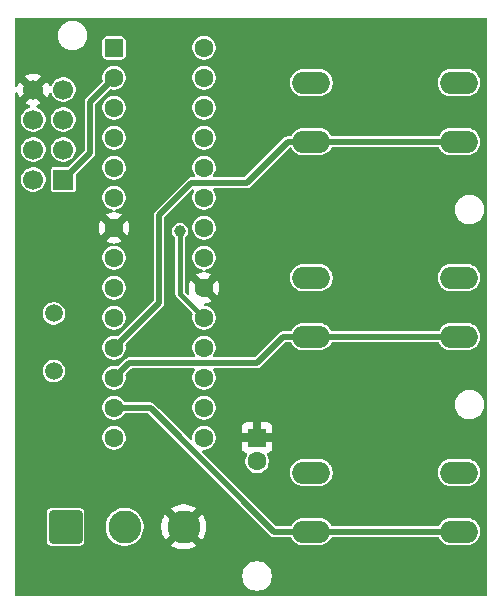
<source format=gbl>
%TF.GenerationSoftware,KiCad,Pcbnew,9.0.3*%
%TF.CreationDate,2025-07-13T14:42:04+05:30*%
%TF.ProjectId,lighting_pcb_tht,6c696768-7469-46e6-975f-7063625f7468,rev?*%
%TF.SameCoordinates,Original*%
%TF.FileFunction,Copper,L2,Bot*%
%TF.FilePolarity,Positive*%
%FSLAX46Y46*%
G04 Gerber Fmt 4.6, Leading zero omitted, Abs format (unit mm)*
G04 Created by KiCad (PCBNEW 9.0.3) date 2025-07-13 14:42:04*
%MOMM*%
%LPD*%
G01*
G04 APERTURE LIST*
G04 Aperture macros list*
%AMRoundRect*
0 Rectangle with rounded corners*
0 $1 Rounding radius*
0 $2 $3 $4 $5 $6 $7 $8 $9 X,Y pos of 4 corners*
0 Add a 4 corners polygon primitive as box body*
4,1,4,$2,$3,$4,$5,$6,$7,$8,$9,$2,$3,0*
0 Add four circle primitives for the rounded corners*
1,1,$1+$1,$2,$3*
1,1,$1+$1,$4,$5*
1,1,$1+$1,$6,$7*
1,1,$1+$1,$8,$9*
0 Add four rect primitives between the rounded corners*
20,1,$1+$1,$2,$3,$4,$5,0*
20,1,$1+$1,$4,$5,$6,$7,0*
20,1,$1+$1,$6,$7,$8,$9,0*
20,1,$1+$1,$8,$9,$2,$3,0*%
G04 Aperture macros list end*
%TA.AperFunction,ComponentPad*%
%ADD10O,3.200000X1.900000*%
%TD*%
%TA.AperFunction,ComponentPad*%
%ADD11R,1.600000X1.600000*%
%TD*%
%TA.AperFunction,ComponentPad*%
%ADD12C,1.600000*%
%TD*%
%TA.AperFunction,ComponentPad*%
%ADD13R,1.700000X1.700000*%
%TD*%
%TA.AperFunction,ComponentPad*%
%ADD14C,1.700000*%
%TD*%
%TA.AperFunction,ComponentPad*%
%ADD15RoundRect,0.250001X-1.149999X-1.149999X1.149999X-1.149999X1.149999X1.149999X-1.149999X1.149999X0*%
%TD*%
%TA.AperFunction,ComponentPad*%
%ADD16C,2.800000*%
%TD*%
%TA.AperFunction,ComponentPad*%
%ADD17RoundRect,0.250000X-0.550000X-0.550000X0.550000X-0.550000X0.550000X0.550000X-0.550000X0.550000X0*%
%TD*%
%TA.AperFunction,ComponentPad*%
%ADD18C,1.500000*%
%TD*%
%TA.AperFunction,ViaPad*%
%ADD19C,1.000000*%
%TD*%
%TA.AperFunction,Conductor*%
%ADD20C,0.500000*%
%TD*%
%TA.AperFunction,Conductor*%
%ADD21C,0.400000*%
%TD*%
G04 APERTURE END LIST*
D10*
%TO.P,SW3,1,1*%
%TO.N,GND*%
X25600000Y-39010000D03*
X38100000Y-39010000D03*
%TO.P,SW3,2,2*%
%TO.N,Net-(U1-PD7)*%
X25600000Y-44010000D03*
X38100000Y-44010000D03*
%TD*%
%TO.P,SW2,1,1*%
%TO.N,GND*%
X25600000Y-22510000D03*
X38100000Y-22510000D03*
%TO.P,SW2,2,2*%
%TO.N,Net-(U1-PD6)*%
X25600000Y-27510000D03*
X38100000Y-27510000D03*
%TD*%
D11*
%TO.P,C3,1*%
%TO.N,+5V*%
X21000000Y-36050000D03*
D12*
%TO.P,C3,2*%
%TO.N,GND*%
X21000000Y-38050000D03*
%TD*%
D13*
%TO.P,J2,1,Pin_1*%
%TO.N,Net-(J2-Pin_1)*%
X4600000Y-14200000D03*
D14*
%TO.P,J2,2,Pin_2*%
%TO.N,Net-(J2-Pin_2)*%
X2060000Y-14200000D03*
%TO.P,J2,3,Pin_3*%
%TO.N,Net-(J2-Pin_3)*%
X4600000Y-11660000D03*
%TO.P,J2,4,Pin_4*%
%TO.N,Net-(J2-Pin_4)*%
X2060000Y-11660000D03*
%TO.P,J2,5,Pin_5*%
%TO.N,Net-(J2-Pin_5)*%
X4600000Y-9120000D03*
%TO.P,J2,6,Pin_6*%
%TO.N,GND*%
X2060000Y-9120000D03*
%TO.P,J2,7,Pin_7*%
%TO.N,Net-(J2-Pin_7)*%
X4600000Y-6580000D03*
%TO.P,J2,8,Pin_8*%
%TO.N,+5V*%
X2060000Y-6580000D03*
%TD*%
D15*
%TO.P,J1,1,Pin_1*%
%TO.N,GND*%
X4790000Y-43610000D03*
D16*
%TO.P,J1,2,Pin_2*%
%TO.N,Net-(J1-Pin_2)*%
X9790000Y-43610000D03*
%TO.P,J1,3,Pin_3*%
%TO.N,+5V*%
X14790000Y-43610000D03*
%TD*%
D17*
%TO.P,U1,1,~{RESET}/PC6*%
%TO.N,Net-(J2-Pin_7)*%
X8890000Y-3050000D03*
D12*
%TO.P,U1,2,PD0*%
%TO.N,Net-(J2-Pin_1)*%
X8890000Y-5590000D03*
%TO.P,U1,3,PD1*%
%TO.N,Net-(J2-Pin_3)*%
X8890000Y-8130000D03*
%TO.P,U1,4,PD2*%
%TO.N,unconnected-(U1-PD2-Pad4)*%
X8890000Y-10670000D03*
%TO.P,U1,5,PD3*%
%TO.N,Net-(U1-PD3)*%
X8890000Y-13210000D03*
%TO.P,U1,6,PD4*%
%TO.N,unconnected-(U1-PD4-Pad6)*%
X8890000Y-15750000D03*
%TO.P,U1,7,VCC*%
%TO.N,+5V*%
X8890000Y-18290000D03*
%TO.P,U1,8,GND*%
%TO.N,GND*%
X8890000Y-20830000D03*
%TO.P,U1,9,XTAL1/PB6*%
%TO.N,Net-(U1-XTAL1{slash}PB6)*%
X8890000Y-23370000D03*
%TO.P,U1,10,XTAL2/PB7*%
%TO.N,Net-(U1-XTAL2{slash}PB7)*%
X8890000Y-25910000D03*
%TO.P,U1,11,PD5*%
%TO.N,Net-(U1-PD5)*%
X8890000Y-28450000D03*
%TO.P,U1,12,PD6*%
%TO.N,Net-(U1-PD6)*%
X8890000Y-30990000D03*
%TO.P,U1,13,PD7*%
%TO.N,Net-(U1-PD7)*%
X8890000Y-33530000D03*
%TO.P,U1,14,PB0*%
%TO.N,unconnected-(U1-PB0-Pad14)*%
X8890000Y-36070000D03*
%TO.P,U1,15,PB1*%
%TO.N,Net-(U1-PB1)*%
X16510000Y-36070000D03*
%TO.P,U1,16,PB2*%
%TO.N,unconnected-(U1-PB2-Pad16)*%
X16510000Y-33530000D03*
%TO.P,U1,17,PB3*%
%TO.N,Net-(J2-Pin_4)*%
X16510000Y-30990000D03*
%TO.P,U1,18,PB4*%
%TO.N,Net-(J2-Pin_2)*%
X16510000Y-28450000D03*
%TO.P,U1,19,PB5*%
%TO.N,Net-(J2-Pin_5)*%
X16510000Y-25910000D03*
%TO.P,U1,20,AVCC*%
%TO.N,+5V*%
X16510000Y-23370000D03*
%TO.P,U1,21,AREF*%
%TO.N,Net-(U1-AREF)*%
X16510000Y-20830000D03*
%TO.P,U1,22,GND*%
%TO.N,GND*%
X16510000Y-18290000D03*
%TO.P,U1,23,PC0*%
X16510000Y-15750000D03*
%TO.P,U1,24,PC1*%
%TO.N,unconnected-(U1-PC1-Pad24)*%
X16510000Y-13210000D03*
%TO.P,U1,25,PC2*%
%TO.N,GND*%
X16510000Y-10670000D03*
%TO.P,U1,26,PC3*%
%TO.N,unconnected-(U1-PC3-Pad26)*%
X16510000Y-8130000D03*
%TO.P,U1,27,PC4*%
%TO.N,unconnected-(U1-PC4-Pad27)*%
X16510000Y-5590000D03*
%TO.P,U1,28,PC5*%
%TO.N,unconnected-(U1-PC5-Pad28)*%
X16510000Y-3050000D03*
%TD*%
D10*
%TO.P,SW1,1,1*%
%TO.N,GND*%
X25600000Y-6000000D03*
X38100000Y-6000000D03*
%TO.P,SW1,2,2*%
%TO.N,Net-(U1-PD5)*%
X25600000Y-11000000D03*
X38100000Y-11000000D03*
%TD*%
D18*
%TO.P,Y1,1,1*%
%TO.N,Net-(U1-XTAL1{slash}PB6)*%
X3790000Y-25540000D03*
%TO.P,Y1,2,2*%
%TO.N,Net-(U1-XTAL2{slash}PB7)*%
X3790000Y-30420000D03*
%TD*%
D19*
%TO.N,+5V*%
X21000000Y-4110000D03*
%TO.N,Net-(J2-Pin_5)*%
X14480000Y-18570000D03*
%TD*%
D20*
%TO.N,Net-(J2-Pin_1)*%
X6870000Y-11930000D02*
X4600000Y-14200000D01*
X6870000Y-7610000D02*
X6870000Y-11930000D01*
X8890000Y-5590000D02*
X6870000Y-7610000D01*
D21*
%TO.N,Net-(J2-Pin_5)*%
X14480000Y-23880000D02*
X16510000Y-25910000D01*
X14480000Y-18570000D02*
X14480000Y-23880000D01*
D20*
%TO.N,Net-(U1-PD5)*%
X15420000Y-14480000D02*
X20120000Y-14480000D01*
X12690000Y-17210000D02*
X15420000Y-14480000D01*
X12690000Y-24650000D02*
X12690000Y-17210000D01*
X25600000Y-11000000D02*
X38100000Y-11000000D01*
X20120000Y-14480000D02*
X23600000Y-11000000D01*
X8890000Y-28450000D02*
X12690000Y-24650000D01*
X23600000Y-11000000D02*
X25600000Y-11000000D01*
%TO.N,Net-(U1-PD6)*%
X25600000Y-27510000D02*
X38100000Y-27510000D01*
X10160000Y-29720000D02*
X20990000Y-29720000D01*
X23200000Y-27510000D02*
X25600000Y-27510000D01*
X8890000Y-30990000D02*
X10160000Y-29720000D01*
X20990000Y-29720000D02*
X23200000Y-27510000D01*
%TO.N,Net-(U1-PD7)*%
X11980000Y-33530000D02*
X22460000Y-44010000D01*
X8890000Y-33530000D02*
X11980000Y-33530000D01*
X22460000Y-44010000D02*
X25600000Y-44010000D01*
X25600000Y-44010000D02*
X38100000Y-44010000D01*
%TO.N,Net-(J2-Pin_7)*%
X8890000Y-3280000D02*
X8890000Y-3050000D01*
%TD*%
%TA.AperFunction,Conductor*%
%TO.N,+5V*%
G36*
X40442539Y-520185D02*
G01*
X40488294Y-572989D01*
X40499500Y-624500D01*
X40499500Y-49375500D01*
X40479815Y-49442539D01*
X40427011Y-49488294D01*
X40375500Y-49499500D01*
X624500Y-49499500D01*
X557461Y-49479815D01*
X511706Y-49427011D01*
X500500Y-49375500D01*
X500500Y-47671577D01*
X19749500Y-47671577D01*
X19749500Y-47868422D01*
X19780290Y-48062826D01*
X19841117Y-48250029D01*
X19930476Y-48425405D01*
X20046172Y-48584646D01*
X20185354Y-48723828D01*
X20344595Y-48839524D01*
X20427455Y-48881743D01*
X20519970Y-48928882D01*
X20519972Y-48928882D01*
X20519975Y-48928884D01*
X20620317Y-48961487D01*
X20707173Y-48989709D01*
X20901578Y-49020500D01*
X20901583Y-49020500D01*
X21098422Y-49020500D01*
X21292826Y-48989709D01*
X21480025Y-48928884D01*
X21655405Y-48839524D01*
X21814646Y-48723828D01*
X21953828Y-48584646D01*
X22069524Y-48425405D01*
X22158884Y-48250025D01*
X22219709Y-48062826D01*
X22250500Y-47868422D01*
X22250500Y-47671577D01*
X22219709Y-47477173D01*
X22158882Y-47289970D01*
X22069523Y-47114594D01*
X21953828Y-46955354D01*
X21814646Y-46816172D01*
X21655405Y-46700476D01*
X21480029Y-46611117D01*
X21292826Y-46550290D01*
X21098422Y-46519500D01*
X21098417Y-46519500D01*
X20901583Y-46519500D01*
X20901578Y-46519500D01*
X20707173Y-46550290D01*
X20519970Y-46611117D01*
X20344594Y-46700476D01*
X20253741Y-46766485D01*
X20185354Y-46816172D01*
X20185352Y-46816174D01*
X20185351Y-46816174D01*
X20046174Y-46955351D01*
X20046174Y-46955352D01*
X20046172Y-46955354D01*
X19996485Y-47023741D01*
X19930476Y-47114594D01*
X19841117Y-47289970D01*
X19780290Y-47477173D01*
X19749500Y-47671577D01*
X500500Y-47671577D01*
X500500Y-42405731D01*
X3189500Y-42405731D01*
X3189500Y-44814258D01*
X3192354Y-44844698D01*
X3192354Y-44844699D01*
X3237206Y-44972881D01*
X3252790Y-44993996D01*
X3317850Y-45082150D01*
X3427118Y-45162793D01*
X3555302Y-45207646D01*
X3555301Y-45207646D01*
X3559271Y-45208018D01*
X3585735Y-45210500D01*
X5994264Y-45210499D01*
X6024698Y-45207646D01*
X6152882Y-45162793D01*
X6262150Y-45082150D01*
X6342793Y-44972882D01*
X6387646Y-44844698D01*
X6390500Y-44814265D01*
X6390499Y-43484038D01*
X8189500Y-43484038D01*
X8189500Y-43735961D01*
X8228910Y-43984785D01*
X8306760Y-44224383D01*
X8421132Y-44448848D01*
X8569201Y-44652649D01*
X8569205Y-44652654D01*
X8747345Y-44830794D01*
X8747350Y-44830798D01*
X8925117Y-44959952D01*
X8951155Y-44978870D01*
X9094184Y-45051747D01*
X9175616Y-45093239D01*
X9175618Y-45093239D01*
X9175621Y-45093241D01*
X9415215Y-45171090D01*
X9664038Y-45210500D01*
X9664039Y-45210500D01*
X9915961Y-45210500D01*
X9915962Y-45210500D01*
X10164785Y-45171090D01*
X10404379Y-45093241D01*
X10628845Y-44978870D01*
X10832656Y-44830793D01*
X11010793Y-44652656D01*
X11158870Y-44448845D01*
X11273241Y-44224379D01*
X11351090Y-43984785D01*
X11390500Y-43735962D01*
X11390500Y-43485466D01*
X12890000Y-43485466D01*
X12890000Y-43734533D01*
X12922508Y-43981463D01*
X12986973Y-44222049D01*
X13082283Y-44452148D01*
X13082288Y-44452159D01*
X13206812Y-44667841D01*
X13206822Y-44667854D01*
X13219997Y-44685025D01*
X13219998Y-44685026D01*
X14155098Y-43749926D01*
X14164979Y-43799598D01*
X14213978Y-43917890D01*
X14285112Y-44024351D01*
X14375649Y-44114888D01*
X14482110Y-44186022D01*
X14600402Y-44235021D01*
X14650072Y-44244901D01*
X13714973Y-45180000D01*
X13714973Y-45180001D01*
X13732151Y-45193182D01*
X13947840Y-45317711D01*
X13947851Y-45317716D01*
X14177950Y-45413026D01*
X14418536Y-45477491D01*
X14665466Y-45510000D01*
X14914534Y-45510000D01*
X15161463Y-45477491D01*
X15402049Y-45413026D01*
X15632148Y-45317716D01*
X15632159Y-45317711D01*
X15847850Y-45193180D01*
X15865025Y-45180001D01*
X15865025Y-45180000D01*
X14929927Y-44244900D01*
X14979598Y-44235021D01*
X15097890Y-44186022D01*
X15204351Y-44114888D01*
X15294888Y-44024351D01*
X15366022Y-43917890D01*
X15415021Y-43799598D01*
X15424901Y-43749926D01*
X16360000Y-44685025D01*
X16360001Y-44685025D01*
X16373180Y-44667850D01*
X16497711Y-44452159D01*
X16497716Y-44452148D01*
X16593026Y-44222049D01*
X16657491Y-43981463D01*
X16690000Y-43734533D01*
X16690000Y-43485466D01*
X16657491Y-43238536D01*
X16593026Y-42997950D01*
X16497716Y-42767851D01*
X16497711Y-42767840D01*
X16373182Y-42552151D01*
X16360001Y-42534973D01*
X16360000Y-42534973D01*
X15424901Y-43470072D01*
X15415021Y-43420402D01*
X15366022Y-43302110D01*
X15294888Y-43195649D01*
X15204351Y-43105112D01*
X15097890Y-43033978D01*
X14979598Y-42984979D01*
X14929926Y-42975098D01*
X15865026Y-42039998D01*
X15865025Y-42039997D01*
X15847854Y-42026822D01*
X15847841Y-42026812D01*
X15632159Y-41902288D01*
X15632148Y-41902283D01*
X15402049Y-41806973D01*
X15161463Y-41742508D01*
X14914534Y-41710000D01*
X14665466Y-41710000D01*
X14418536Y-41742508D01*
X14177950Y-41806973D01*
X13947851Y-41902283D01*
X13947840Y-41902288D01*
X13732150Y-42026818D01*
X13732145Y-42026821D01*
X13714973Y-42039997D01*
X13714973Y-42039998D01*
X14650073Y-42975098D01*
X14600402Y-42984979D01*
X14482110Y-43033978D01*
X14375649Y-43105112D01*
X14285112Y-43195649D01*
X14213978Y-43302110D01*
X14164979Y-43420402D01*
X14155098Y-43470073D01*
X13219998Y-42534973D01*
X13219997Y-42534973D01*
X13206821Y-42552145D01*
X13206818Y-42552150D01*
X13082288Y-42767840D01*
X13082283Y-42767851D01*
X12986973Y-42997950D01*
X12922508Y-43238536D01*
X12890000Y-43485466D01*
X11390500Y-43485466D01*
X11390500Y-43484038D01*
X11351090Y-43235215D01*
X11273241Y-42995621D01*
X11273239Y-42995618D01*
X11273239Y-42995616D01*
X11203884Y-42859500D01*
X11158870Y-42771155D01*
X11139952Y-42745117D01*
X11010798Y-42567350D01*
X11010794Y-42567345D01*
X10832654Y-42389205D01*
X10832649Y-42389201D01*
X10628848Y-42241132D01*
X10628847Y-42241131D01*
X10628845Y-42241130D01*
X10530103Y-42190818D01*
X10404383Y-42126760D01*
X10164785Y-42048910D01*
X10108511Y-42039997D01*
X9915962Y-42009500D01*
X9664038Y-42009500D01*
X9554735Y-42026812D01*
X9415214Y-42048910D01*
X9175616Y-42126760D01*
X8951151Y-42241132D01*
X8747350Y-42389201D01*
X8747345Y-42389205D01*
X8569205Y-42567345D01*
X8569201Y-42567350D01*
X8421132Y-42771151D01*
X8306760Y-42995616D01*
X8228910Y-43235214D01*
X8189500Y-43484038D01*
X6390499Y-43484038D01*
X6390499Y-42405736D01*
X6387646Y-42375302D01*
X6342793Y-42247118D01*
X6262150Y-42137850D01*
X6152882Y-42057207D01*
X6152881Y-42057206D01*
X6024695Y-42012353D01*
X6024698Y-42012353D01*
X5994268Y-42009500D01*
X3585741Y-42009500D01*
X3555301Y-42012354D01*
X3555300Y-42012354D01*
X3427118Y-42057206D01*
X3317850Y-42137850D01*
X3237206Y-42247118D01*
X3192353Y-42375302D01*
X3189500Y-42405731D01*
X500500Y-42405731D01*
X500500Y-36168543D01*
X7889499Y-36168543D01*
X7927947Y-36361829D01*
X7927950Y-36361839D01*
X8003364Y-36543907D01*
X8003371Y-36543920D01*
X8112860Y-36707781D01*
X8112863Y-36707785D01*
X8252214Y-36847136D01*
X8252218Y-36847139D01*
X8416079Y-36956628D01*
X8416092Y-36956635D01*
X8598160Y-37032049D01*
X8598165Y-37032051D01*
X8598169Y-37032051D01*
X8598170Y-37032052D01*
X8791456Y-37070500D01*
X8791459Y-37070500D01*
X8988543Y-37070500D01*
X9118582Y-37044632D01*
X9181835Y-37032051D01*
X9362111Y-36957379D01*
X9363907Y-36956635D01*
X9363907Y-36956634D01*
X9363914Y-36956632D01*
X9527782Y-36847139D01*
X9667139Y-36707782D01*
X9776632Y-36543914D01*
X9852051Y-36361835D01*
X9865225Y-36295606D01*
X9890500Y-36168543D01*
X9890500Y-35971456D01*
X9852052Y-35778170D01*
X9852051Y-35778169D01*
X9852051Y-35778165D01*
X9852049Y-35778160D01*
X9776635Y-35596092D01*
X9776628Y-35596079D01*
X9667139Y-35432218D01*
X9667136Y-35432214D01*
X9527785Y-35292863D01*
X9527781Y-35292860D01*
X9363920Y-35183371D01*
X9363907Y-35183364D01*
X9181839Y-35107950D01*
X9181829Y-35107947D01*
X8988543Y-35069500D01*
X8988541Y-35069500D01*
X8791459Y-35069500D01*
X8791457Y-35069500D01*
X8598170Y-35107947D01*
X8598160Y-35107950D01*
X8416092Y-35183364D01*
X8416079Y-35183371D01*
X8252218Y-35292860D01*
X8252214Y-35292863D01*
X8112863Y-35432214D01*
X8112860Y-35432218D01*
X8003371Y-35596079D01*
X8003364Y-35596092D01*
X7927950Y-35778160D01*
X7927947Y-35778170D01*
X7889500Y-35971456D01*
X7889500Y-35971459D01*
X7889500Y-36168541D01*
X7889500Y-36168543D01*
X7889499Y-36168543D01*
X500500Y-36168543D01*
X500500Y-33628543D01*
X7889499Y-33628543D01*
X7927947Y-33821829D01*
X7927950Y-33821839D01*
X8003364Y-34003907D01*
X8003371Y-34003920D01*
X8112860Y-34167781D01*
X8112863Y-34167785D01*
X8252214Y-34307136D01*
X8252218Y-34307139D01*
X8416079Y-34416628D01*
X8416092Y-34416635D01*
X8544226Y-34469709D01*
X8598165Y-34492051D01*
X8598169Y-34492051D01*
X8598170Y-34492052D01*
X8791456Y-34530500D01*
X8791459Y-34530500D01*
X8988543Y-34530500D01*
X9139359Y-34500500D01*
X9181835Y-34492051D01*
X9363914Y-34416632D01*
X9527782Y-34307139D01*
X9667139Y-34167782D01*
X9736052Y-34064647D01*
X9755454Y-34035610D01*
X9809066Y-33990804D01*
X9858556Y-33980500D01*
X11742035Y-33980500D01*
X11809074Y-34000185D01*
X11829716Y-34016819D01*
X22183386Y-44370489D01*
X22286113Y-44429799D01*
X22310321Y-44436284D01*
X22310324Y-44436286D01*
X22310325Y-44436286D01*
X22340447Y-44444357D01*
X22400691Y-44460500D01*
X23812317Y-44460500D01*
X23879356Y-44480185D01*
X23922802Y-44528205D01*
X23966006Y-44612998D01*
X24072441Y-44759494D01*
X24072445Y-44759499D01*
X24200500Y-44887554D01*
X24200505Y-44887558D01*
X24317945Y-44972882D01*
X24347006Y-44993996D01*
X24452484Y-45047740D01*
X24508360Y-45076211D01*
X24508363Y-45076212D01*
X24594476Y-45104191D01*
X24680591Y-45132171D01*
X24763429Y-45145291D01*
X24859449Y-45160500D01*
X24859454Y-45160500D01*
X26340551Y-45160500D01*
X26427259Y-45146765D01*
X26519409Y-45132171D01*
X26691639Y-45076211D01*
X26852994Y-44993996D01*
X26999501Y-44887553D01*
X27127553Y-44759501D01*
X27233996Y-44612994D01*
X27277198Y-44528204D01*
X27325173Y-44477409D01*
X27387683Y-44460500D01*
X36312317Y-44460500D01*
X36379356Y-44480185D01*
X36422802Y-44528205D01*
X36466006Y-44612998D01*
X36572441Y-44759494D01*
X36572445Y-44759499D01*
X36700500Y-44887554D01*
X36700505Y-44887558D01*
X36817945Y-44972882D01*
X36847006Y-44993996D01*
X36952484Y-45047740D01*
X37008360Y-45076211D01*
X37008363Y-45076212D01*
X37094476Y-45104191D01*
X37180591Y-45132171D01*
X37263429Y-45145291D01*
X37359449Y-45160500D01*
X37359454Y-45160500D01*
X38840551Y-45160500D01*
X38927259Y-45146765D01*
X39019409Y-45132171D01*
X39191639Y-45076211D01*
X39352994Y-44993996D01*
X39499501Y-44887553D01*
X39627553Y-44759501D01*
X39733996Y-44612994D01*
X39816211Y-44451639D01*
X39872171Y-44279409D01*
X39886962Y-44186022D01*
X39900500Y-44100551D01*
X39900500Y-43919448D01*
X39881517Y-43799598D01*
X39872171Y-43740591D01*
X39816211Y-43568361D01*
X39816211Y-43568360D01*
X39777198Y-43491795D01*
X39733996Y-43407006D01*
X39657785Y-43302110D01*
X39627558Y-43260505D01*
X39627554Y-43260500D01*
X39499499Y-43132445D01*
X39499494Y-43132441D01*
X39352997Y-43026006D01*
X39352996Y-43026005D01*
X39352994Y-43026004D01*
X39297935Y-42997950D01*
X39191639Y-42943788D01*
X39191636Y-42943787D01*
X39019410Y-42887829D01*
X38840551Y-42859500D01*
X38840546Y-42859500D01*
X37359454Y-42859500D01*
X37359449Y-42859500D01*
X37180589Y-42887829D01*
X37008363Y-42943787D01*
X37008360Y-42943788D01*
X36847002Y-43026006D01*
X36700505Y-43132441D01*
X36700500Y-43132445D01*
X36572445Y-43260500D01*
X36572441Y-43260505D01*
X36466006Y-43407001D01*
X36459178Y-43420402D01*
X36426027Y-43485466D01*
X36422802Y-43491795D01*
X36374827Y-43542591D01*
X36312317Y-43559500D01*
X27387683Y-43559500D01*
X27320644Y-43539815D01*
X27277198Y-43491795D01*
X27233996Y-43407006D01*
X27233994Y-43407003D01*
X27233993Y-43407001D01*
X27127558Y-43260505D01*
X27127554Y-43260500D01*
X26999499Y-43132445D01*
X26999494Y-43132441D01*
X26852997Y-43026006D01*
X26852996Y-43026005D01*
X26852994Y-43026004D01*
X26797935Y-42997950D01*
X26691639Y-42943788D01*
X26691636Y-42943787D01*
X26519410Y-42887829D01*
X26340551Y-42859500D01*
X26340546Y-42859500D01*
X24859454Y-42859500D01*
X24859449Y-42859500D01*
X24680589Y-42887829D01*
X24508363Y-42943787D01*
X24508360Y-42943788D01*
X24347002Y-43026006D01*
X24200505Y-43132441D01*
X24200500Y-43132445D01*
X24072445Y-43260500D01*
X24072441Y-43260505D01*
X23966006Y-43407001D01*
X23959178Y-43420402D01*
X23926027Y-43485466D01*
X23922802Y-43491795D01*
X23874827Y-43542591D01*
X23812317Y-43559500D01*
X22697965Y-43559500D01*
X22630926Y-43539815D01*
X22610284Y-43523181D01*
X16369284Y-37282181D01*
X16335799Y-37220858D01*
X16340783Y-37151166D01*
X16382655Y-37095233D01*
X16448119Y-37070816D01*
X16456965Y-37070500D01*
X16608543Y-37070500D01*
X16738582Y-37044632D01*
X16801835Y-37032051D01*
X16982111Y-36957379D01*
X16983907Y-36956635D01*
X16983907Y-36956634D01*
X16983914Y-36956632D01*
X17147782Y-36847139D01*
X17287139Y-36707782D01*
X17396632Y-36543914D01*
X17456243Y-36400000D01*
X19700000Y-36400000D01*
X19700000Y-36897844D01*
X19706401Y-36957372D01*
X19706403Y-36957379D01*
X19756645Y-37092086D01*
X19756649Y-37092093D01*
X19842809Y-37207187D01*
X19842812Y-37207190D01*
X19957906Y-37293350D01*
X19957913Y-37293354D01*
X20086745Y-37341405D01*
X20142679Y-37383276D01*
X20167096Y-37448740D01*
X20152245Y-37517013D01*
X20146515Y-37526477D01*
X20113370Y-37576081D01*
X20113364Y-37576092D01*
X20037950Y-37758160D01*
X20037947Y-37758170D01*
X19999500Y-37951456D01*
X19999500Y-37951459D01*
X19999500Y-38148541D01*
X19999500Y-38148543D01*
X19999499Y-38148543D01*
X20037947Y-38341829D01*
X20037950Y-38341839D01*
X20113364Y-38523907D01*
X20113371Y-38523920D01*
X20222860Y-38687781D01*
X20222863Y-38687785D01*
X20362214Y-38827136D01*
X20362218Y-38827139D01*
X20526079Y-38936628D01*
X20526092Y-38936635D01*
X20708160Y-39012049D01*
X20708165Y-39012051D01*
X20708169Y-39012051D01*
X20708170Y-39012052D01*
X20901456Y-39050500D01*
X20901459Y-39050500D01*
X21098543Y-39050500D01*
X21228582Y-39024632D01*
X21291835Y-39012051D01*
X21473914Y-38936632D01*
X21499632Y-38919448D01*
X23799500Y-38919448D01*
X23799500Y-39100551D01*
X23827829Y-39279410D01*
X23883787Y-39451636D01*
X23883788Y-39451639D01*
X23966006Y-39612997D01*
X24072441Y-39759494D01*
X24072445Y-39759499D01*
X24200500Y-39887554D01*
X24200505Y-39887558D01*
X24328287Y-39980396D01*
X24347006Y-39993996D01*
X24452484Y-40047740D01*
X24508360Y-40076211D01*
X24508363Y-40076212D01*
X24594476Y-40104191D01*
X24680591Y-40132171D01*
X24763429Y-40145291D01*
X24859449Y-40160500D01*
X24859454Y-40160500D01*
X26340551Y-40160500D01*
X26427259Y-40146765D01*
X26519409Y-40132171D01*
X26691639Y-40076211D01*
X26852994Y-39993996D01*
X26999501Y-39887553D01*
X27127553Y-39759501D01*
X27233996Y-39612994D01*
X27316211Y-39451639D01*
X27372171Y-39279409D01*
X27386765Y-39187259D01*
X27400500Y-39100551D01*
X27400500Y-38919448D01*
X36299500Y-38919448D01*
X36299500Y-39100551D01*
X36327829Y-39279410D01*
X36383787Y-39451636D01*
X36383788Y-39451639D01*
X36466006Y-39612997D01*
X36572441Y-39759494D01*
X36572445Y-39759499D01*
X36700500Y-39887554D01*
X36700505Y-39887558D01*
X36828287Y-39980396D01*
X36847006Y-39993996D01*
X36952484Y-40047740D01*
X37008360Y-40076211D01*
X37008363Y-40076212D01*
X37094476Y-40104191D01*
X37180591Y-40132171D01*
X37263429Y-40145291D01*
X37359449Y-40160500D01*
X37359454Y-40160500D01*
X38840551Y-40160500D01*
X38927259Y-40146765D01*
X39019409Y-40132171D01*
X39191639Y-40076211D01*
X39352994Y-39993996D01*
X39499501Y-39887553D01*
X39627553Y-39759501D01*
X39733996Y-39612994D01*
X39816211Y-39451639D01*
X39872171Y-39279409D01*
X39886765Y-39187259D01*
X39900500Y-39100551D01*
X39900500Y-38919448D01*
X39884019Y-38815397D01*
X39872171Y-38740591D01*
X39816211Y-38568361D01*
X39816211Y-38568360D01*
X39787740Y-38512484D01*
X39733996Y-38407006D01*
X39686647Y-38341835D01*
X39627558Y-38260505D01*
X39627554Y-38260500D01*
X39499499Y-38132445D01*
X39499494Y-38132441D01*
X39352997Y-38026006D01*
X39352996Y-38026005D01*
X39352994Y-38026004D01*
X39301300Y-37999664D01*
X39191639Y-37943788D01*
X39191636Y-37943787D01*
X39019410Y-37887829D01*
X38840551Y-37859500D01*
X38840546Y-37859500D01*
X37359454Y-37859500D01*
X37359449Y-37859500D01*
X37180589Y-37887829D01*
X37008363Y-37943787D01*
X37008360Y-37943788D01*
X36847002Y-38026006D01*
X36700505Y-38132441D01*
X36700500Y-38132445D01*
X36572445Y-38260500D01*
X36572441Y-38260505D01*
X36466006Y-38407002D01*
X36383788Y-38568360D01*
X36383787Y-38568363D01*
X36327829Y-38740589D01*
X36299500Y-38919448D01*
X27400500Y-38919448D01*
X27384019Y-38815397D01*
X27372171Y-38740591D01*
X27316211Y-38568361D01*
X27316211Y-38568360D01*
X27287740Y-38512484D01*
X27233996Y-38407006D01*
X27186647Y-38341835D01*
X27127558Y-38260505D01*
X27127554Y-38260500D01*
X26999499Y-38132445D01*
X26999494Y-38132441D01*
X26852997Y-38026006D01*
X26852996Y-38026005D01*
X26852994Y-38026004D01*
X26801300Y-37999664D01*
X26691639Y-37943788D01*
X26691636Y-37943787D01*
X26519410Y-37887829D01*
X26340551Y-37859500D01*
X26340546Y-37859500D01*
X24859454Y-37859500D01*
X24859449Y-37859500D01*
X24680589Y-37887829D01*
X24508363Y-37943787D01*
X24508360Y-37943788D01*
X24347002Y-38026006D01*
X24200505Y-38132441D01*
X24200500Y-38132445D01*
X24072445Y-38260500D01*
X24072441Y-38260505D01*
X23966006Y-38407002D01*
X23883788Y-38568360D01*
X23883787Y-38568363D01*
X23827829Y-38740589D01*
X23799500Y-38919448D01*
X21499632Y-38919448D01*
X21637782Y-38827139D01*
X21637785Y-38827136D01*
X21638021Y-38826901D01*
X21777136Y-38687785D01*
X21777139Y-38687782D01*
X21886632Y-38523914D01*
X21962051Y-38341835D01*
X22000500Y-38148541D01*
X22000500Y-37951459D01*
X22000500Y-37951456D01*
X21962052Y-37758170D01*
X21962051Y-37758169D01*
X21962051Y-37758165D01*
X21962049Y-37758160D01*
X21886635Y-37576092D01*
X21886631Y-37576085D01*
X21853484Y-37526477D01*
X21832607Y-37459801D01*
X21851091Y-37392421D01*
X21903070Y-37345730D01*
X21913255Y-37341405D01*
X22042084Y-37293355D01*
X22042093Y-37293350D01*
X22157187Y-37207190D01*
X22157190Y-37207187D01*
X22243350Y-37092093D01*
X22243354Y-37092086D01*
X22293596Y-36957379D01*
X22293598Y-36957372D01*
X22299999Y-36897844D01*
X22300000Y-36897827D01*
X22300000Y-36400000D01*
X21193783Y-36400000D01*
X21245606Y-36370080D01*
X21320080Y-36295606D01*
X21372741Y-36204394D01*
X21400000Y-36102661D01*
X21400000Y-35997339D01*
X21372741Y-35895606D01*
X21320080Y-35804394D01*
X21245606Y-35729920D01*
X21193783Y-35700000D01*
X21350000Y-35700000D01*
X22300000Y-35700000D01*
X22300000Y-35202172D01*
X22299999Y-35202155D01*
X22293598Y-35142627D01*
X22293596Y-35142620D01*
X22243354Y-35007913D01*
X22243350Y-35007906D01*
X22157190Y-34892812D01*
X22157187Y-34892809D01*
X22042093Y-34806649D01*
X22042086Y-34806645D01*
X21907379Y-34756403D01*
X21907372Y-34756401D01*
X21847844Y-34750000D01*
X21350000Y-34750000D01*
X21350000Y-35700000D01*
X21193783Y-35700000D01*
X21154394Y-35677259D01*
X21052661Y-35650000D01*
X20947339Y-35650000D01*
X20845606Y-35677259D01*
X20754394Y-35729920D01*
X20679920Y-35804394D01*
X20627259Y-35895606D01*
X20600000Y-35997339D01*
X20600000Y-36102661D01*
X20627259Y-36204394D01*
X20679920Y-36295606D01*
X20754394Y-36370080D01*
X20806217Y-36400000D01*
X19700000Y-36400000D01*
X17456243Y-36400000D01*
X17472051Y-36361835D01*
X17472052Y-36361829D01*
X17479489Y-36324445D01*
X17479489Y-36324443D01*
X17510499Y-36168545D01*
X17510500Y-36168543D01*
X17510500Y-35971456D01*
X17472052Y-35778170D01*
X17472051Y-35778169D01*
X17472051Y-35778165D01*
X17472049Y-35778160D01*
X17396635Y-35596092D01*
X17396628Y-35596079D01*
X17287139Y-35432218D01*
X17287136Y-35432214D01*
X17147784Y-35292862D01*
X17147782Y-35292861D01*
X17012032Y-35202155D01*
X19700000Y-35202155D01*
X19700000Y-35700000D01*
X20650000Y-35700000D01*
X20650000Y-34750000D01*
X20152155Y-34750000D01*
X20092627Y-34756401D01*
X20092620Y-34756403D01*
X19957913Y-34806645D01*
X19957906Y-34806649D01*
X19842812Y-34892809D01*
X19842809Y-34892812D01*
X19756649Y-35007906D01*
X19756645Y-35007913D01*
X19706403Y-35142620D01*
X19706401Y-35142627D01*
X19700000Y-35202155D01*
X17012032Y-35202155D01*
X16983920Y-35183371D01*
X16983907Y-35183364D01*
X16801839Y-35107950D01*
X16801829Y-35107947D01*
X16608543Y-35069500D01*
X16608541Y-35069500D01*
X16411459Y-35069500D01*
X16411457Y-35069500D01*
X16218170Y-35107947D01*
X16218160Y-35107950D01*
X16036092Y-35183364D01*
X16036079Y-35183371D01*
X15872218Y-35292860D01*
X15872214Y-35292863D01*
X15732863Y-35432214D01*
X15732860Y-35432218D01*
X15623371Y-35596079D01*
X15623364Y-35596092D01*
X15547950Y-35778160D01*
X15547947Y-35778170D01*
X15509500Y-35971456D01*
X15509500Y-36123035D01*
X15489815Y-36190074D01*
X15437011Y-36235829D01*
X15367853Y-36245773D01*
X15304297Y-36216748D01*
X15297819Y-36210716D01*
X12715646Y-33628543D01*
X15509499Y-33628543D01*
X15547947Y-33821829D01*
X15547950Y-33821839D01*
X15623364Y-34003907D01*
X15623371Y-34003920D01*
X15732860Y-34167781D01*
X15732863Y-34167785D01*
X15872214Y-34307136D01*
X15872218Y-34307139D01*
X16036079Y-34416628D01*
X16036092Y-34416635D01*
X16164226Y-34469709D01*
X16218165Y-34492051D01*
X16218169Y-34492051D01*
X16218170Y-34492052D01*
X16411456Y-34530500D01*
X16411459Y-34530500D01*
X16608543Y-34530500D01*
X16759359Y-34500500D01*
X16801835Y-34492051D01*
X16983914Y-34416632D01*
X17147782Y-34307139D01*
X17287139Y-34167782D01*
X17396632Y-34003914D01*
X17472051Y-33821835D01*
X17510500Y-33628541D01*
X17510500Y-33431459D01*
X17510500Y-33431456D01*
X17472052Y-33238170D01*
X17472051Y-33238169D01*
X17472051Y-33238165D01*
X17436185Y-33151577D01*
X37749500Y-33151577D01*
X37749500Y-33348422D01*
X37780290Y-33542826D01*
X37841117Y-33730029D01*
X37887892Y-33821829D01*
X37930476Y-33905405D01*
X38046172Y-34064646D01*
X38185354Y-34203828D01*
X38344595Y-34319524D01*
X38427455Y-34361743D01*
X38519970Y-34408882D01*
X38519972Y-34408882D01*
X38519975Y-34408884D01*
X38620317Y-34441487D01*
X38707173Y-34469709D01*
X38901578Y-34500500D01*
X38901583Y-34500500D01*
X39098422Y-34500500D01*
X39292826Y-34469709D01*
X39480025Y-34408884D01*
X39655405Y-34319524D01*
X39814646Y-34203828D01*
X39953828Y-34064646D01*
X40069524Y-33905405D01*
X40158884Y-33730025D01*
X40219709Y-33542826D01*
X40237348Y-33431459D01*
X40250500Y-33348422D01*
X40250500Y-33151577D01*
X40219709Y-32957173D01*
X40158882Y-32769970D01*
X40069523Y-32594594D01*
X40022229Y-32529500D01*
X39953828Y-32435354D01*
X39814646Y-32296172D01*
X39655405Y-32180476D01*
X39480029Y-32091117D01*
X39292826Y-32030290D01*
X39098422Y-31999500D01*
X39098417Y-31999500D01*
X38901583Y-31999500D01*
X38901578Y-31999500D01*
X38707173Y-32030290D01*
X38519970Y-32091117D01*
X38344594Y-32180476D01*
X38253741Y-32246485D01*
X38185354Y-32296172D01*
X38185352Y-32296174D01*
X38185351Y-32296174D01*
X38046174Y-32435351D01*
X38046174Y-32435352D01*
X38046172Y-32435354D01*
X37996485Y-32503741D01*
X37930476Y-32594594D01*
X37841117Y-32769970D01*
X37780290Y-32957173D01*
X37749500Y-33151577D01*
X17436185Y-33151577D01*
X17416359Y-33103712D01*
X17396635Y-33056092D01*
X17396628Y-33056079D01*
X17287139Y-32892218D01*
X17287136Y-32892214D01*
X17147785Y-32752863D01*
X17147781Y-32752860D01*
X16983920Y-32643371D01*
X16983907Y-32643364D01*
X16801839Y-32567950D01*
X16801829Y-32567947D01*
X16608543Y-32529500D01*
X16608541Y-32529500D01*
X16411459Y-32529500D01*
X16411457Y-32529500D01*
X16218170Y-32567947D01*
X16218160Y-32567950D01*
X16036092Y-32643364D01*
X16036079Y-32643371D01*
X15872218Y-32752860D01*
X15872214Y-32752863D01*
X15732863Y-32892214D01*
X15732860Y-32892218D01*
X15623371Y-33056079D01*
X15623364Y-33056092D01*
X15547950Y-33238160D01*
X15547947Y-33238170D01*
X15509500Y-33431456D01*
X15509500Y-33431459D01*
X15509500Y-33628541D01*
X15509500Y-33628543D01*
X15509499Y-33628543D01*
X12715646Y-33628543D01*
X12256616Y-33169513D01*
X12256614Y-33169511D01*
X12205250Y-33139856D01*
X12153888Y-33110201D01*
X12141780Y-33106957D01*
X12129673Y-33103713D01*
X12129670Y-33103712D01*
X12091478Y-33093478D01*
X12039309Y-33079500D01*
X12039308Y-33079500D01*
X9858556Y-33079500D01*
X9791517Y-33059815D01*
X9755454Y-33024390D01*
X9667142Y-32892222D01*
X9667136Y-32892214D01*
X9527785Y-32752863D01*
X9527781Y-32752860D01*
X9363920Y-32643371D01*
X9363907Y-32643364D01*
X9181839Y-32567950D01*
X9181829Y-32567947D01*
X8988543Y-32529500D01*
X8988541Y-32529500D01*
X8791459Y-32529500D01*
X8791457Y-32529500D01*
X8598170Y-32567947D01*
X8598160Y-32567950D01*
X8416092Y-32643364D01*
X8416079Y-32643371D01*
X8252218Y-32752860D01*
X8252214Y-32752863D01*
X8112863Y-32892214D01*
X8112860Y-32892218D01*
X8003371Y-33056079D01*
X8003364Y-33056092D01*
X7927950Y-33238160D01*
X7927947Y-33238170D01*
X7889500Y-33431456D01*
X7889500Y-33431459D01*
X7889500Y-33628541D01*
X7889500Y-33628543D01*
X7889499Y-33628543D01*
X500500Y-33628543D01*
X500500Y-30326379D01*
X2839500Y-30326379D01*
X2839500Y-30513620D01*
X2876025Y-30697243D01*
X2876027Y-30697251D01*
X2947676Y-30870228D01*
X2947681Y-30870237D01*
X3051697Y-31025907D01*
X3051700Y-31025911D01*
X3184088Y-31158299D01*
X3184092Y-31158302D01*
X3339762Y-31262318D01*
X3339768Y-31262321D01*
X3339769Y-31262322D01*
X3512749Y-31333973D01*
X3696379Y-31370499D01*
X3696383Y-31370500D01*
X3696384Y-31370500D01*
X3883617Y-31370500D01*
X3883618Y-31370499D01*
X4067251Y-31333973D01*
X4240231Y-31262322D01*
X4395908Y-31158302D01*
X4465667Y-31088543D01*
X7889499Y-31088543D01*
X7927947Y-31281829D01*
X7927950Y-31281839D01*
X8003364Y-31463907D01*
X8003371Y-31463920D01*
X8112860Y-31627781D01*
X8112863Y-31627785D01*
X8252214Y-31767136D01*
X8252218Y-31767139D01*
X8416079Y-31876628D01*
X8416092Y-31876635D01*
X8598160Y-31952049D01*
X8598165Y-31952051D01*
X8598169Y-31952051D01*
X8598170Y-31952052D01*
X8791456Y-31990500D01*
X8791459Y-31990500D01*
X8988543Y-31990500D01*
X9118582Y-31964632D01*
X9181835Y-31952051D01*
X9363914Y-31876632D01*
X9527782Y-31767139D01*
X9667139Y-31627782D01*
X9776632Y-31463914D01*
X9852051Y-31281835D01*
X9890500Y-31088541D01*
X9890500Y-30891459D01*
X9890500Y-30891456D01*
X9875308Y-30815086D01*
X9859487Y-30735548D01*
X9865714Y-30665960D01*
X9893420Y-30623681D01*
X10310284Y-30206819D01*
X10371607Y-30173334D01*
X10397965Y-30170500D01*
X15622293Y-30170500D01*
X15689332Y-30190185D01*
X15735087Y-30242989D01*
X15745031Y-30312147D01*
X15725395Y-30363391D01*
X15623371Y-30516079D01*
X15623364Y-30516092D01*
X15547950Y-30698160D01*
X15547947Y-30698170D01*
X15509500Y-30891456D01*
X15509500Y-30891459D01*
X15509500Y-31088541D01*
X15509500Y-31088543D01*
X15509499Y-31088543D01*
X15547947Y-31281829D01*
X15547950Y-31281839D01*
X15623364Y-31463907D01*
X15623371Y-31463920D01*
X15732860Y-31627781D01*
X15732863Y-31627785D01*
X15872214Y-31767136D01*
X15872218Y-31767139D01*
X16036079Y-31876628D01*
X16036092Y-31876635D01*
X16218160Y-31952049D01*
X16218165Y-31952051D01*
X16218169Y-31952051D01*
X16218170Y-31952052D01*
X16411456Y-31990500D01*
X16411459Y-31990500D01*
X16608543Y-31990500D01*
X16738582Y-31964632D01*
X16801835Y-31952051D01*
X16983914Y-31876632D01*
X17147782Y-31767139D01*
X17287139Y-31627782D01*
X17396632Y-31463914D01*
X17472051Y-31281835D01*
X17510500Y-31088541D01*
X17510500Y-30891459D01*
X17510500Y-30891456D01*
X17472052Y-30698170D01*
X17472051Y-30698169D01*
X17472051Y-30698165D01*
X17462352Y-30674750D01*
X17396635Y-30516092D01*
X17396628Y-30516079D01*
X17294605Y-30363391D01*
X17273727Y-30296713D01*
X17292212Y-30229333D01*
X17344190Y-30182643D01*
X17397707Y-30170500D01*
X21049307Y-30170500D01*
X21049309Y-30170500D01*
X21134809Y-30147590D01*
X21152878Y-30142749D01*
X21152879Y-30142748D01*
X21163887Y-30139799D01*
X21266614Y-30080489D01*
X23350284Y-27996819D01*
X23411607Y-27963334D01*
X23437965Y-27960500D01*
X23812317Y-27960500D01*
X23879356Y-27980185D01*
X23922802Y-28028205D01*
X23966006Y-28112998D01*
X24072441Y-28259494D01*
X24072445Y-28259499D01*
X24200500Y-28387554D01*
X24200505Y-28387558D01*
X24328287Y-28480396D01*
X24347006Y-28493996D01*
X24452484Y-28547740D01*
X24508360Y-28576211D01*
X24508363Y-28576212D01*
X24594476Y-28604191D01*
X24680591Y-28632171D01*
X24763429Y-28645291D01*
X24859449Y-28660500D01*
X24859454Y-28660500D01*
X26340551Y-28660500D01*
X26427259Y-28646765D01*
X26519409Y-28632171D01*
X26691639Y-28576211D01*
X26852994Y-28493996D01*
X26999501Y-28387553D01*
X27127553Y-28259501D01*
X27233996Y-28112994D01*
X27277198Y-28028204D01*
X27325173Y-27977409D01*
X27387683Y-27960500D01*
X36312317Y-27960500D01*
X36379356Y-27980185D01*
X36422802Y-28028205D01*
X36466006Y-28112998D01*
X36572441Y-28259494D01*
X36572445Y-28259499D01*
X36700500Y-28387554D01*
X36700505Y-28387558D01*
X36828287Y-28480396D01*
X36847006Y-28493996D01*
X36952484Y-28547740D01*
X37008360Y-28576211D01*
X37008363Y-28576212D01*
X37094476Y-28604191D01*
X37180591Y-28632171D01*
X37263429Y-28645291D01*
X37359449Y-28660500D01*
X37359454Y-28660500D01*
X38840551Y-28660500D01*
X38927259Y-28646765D01*
X39019409Y-28632171D01*
X39191639Y-28576211D01*
X39352994Y-28493996D01*
X39499501Y-28387553D01*
X39627553Y-28259501D01*
X39733996Y-28112994D01*
X39816211Y-27951639D01*
X39872171Y-27779409D01*
X39889046Y-27672863D01*
X39900500Y-27600551D01*
X39900500Y-27419448D01*
X39884019Y-27315397D01*
X39872171Y-27240591D01*
X39823307Y-27090201D01*
X39816212Y-27068363D01*
X39816211Y-27068360D01*
X39777198Y-26991795D01*
X39733996Y-26907006D01*
X39708598Y-26872049D01*
X39627558Y-26760505D01*
X39627554Y-26760500D01*
X39499499Y-26632445D01*
X39499494Y-26632441D01*
X39352997Y-26526006D01*
X39352996Y-26526005D01*
X39352994Y-26526004D01*
X39283312Y-26490499D01*
X39191639Y-26443788D01*
X39191636Y-26443787D01*
X39019410Y-26387829D01*
X38840551Y-26359500D01*
X38840546Y-26359500D01*
X37359454Y-26359500D01*
X37359449Y-26359500D01*
X37180589Y-26387829D01*
X37008363Y-26443787D01*
X37008360Y-26443788D01*
X36847002Y-26526006D01*
X36700505Y-26632441D01*
X36700500Y-26632445D01*
X36572445Y-26760500D01*
X36572441Y-26760505D01*
X36466006Y-26907001D01*
X36422802Y-26991795D01*
X36374827Y-27042591D01*
X36312317Y-27059500D01*
X27387683Y-27059500D01*
X27320644Y-27039815D01*
X27277198Y-26991795D01*
X27233993Y-26907001D01*
X27127558Y-26760505D01*
X27127554Y-26760500D01*
X26999499Y-26632445D01*
X26999494Y-26632441D01*
X26852997Y-26526006D01*
X26852996Y-26526005D01*
X26852994Y-26526004D01*
X26783312Y-26490499D01*
X26691639Y-26443788D01*
X26691636Y-26443787D01*
X26519410Y-26387829D01*
X26340551Y-26359500D01*
X26340546Y-26359500D01*
X24859454Y-26359500D01*
X24859449Y-26359500D01*
X24680589Y-26387829D01*
X24508363Y-26443787D01*
X24508360Y-26443788D01*
X24347002Y-26526006D01*
X24200505Y-26632441D01*
X24200500Y-26632445D01*
X24072445Y-26760500D01*
X24072441Y-26760505D01*
X23966006Y-26907001D01*
X23922802Y-26991795D01*
X23874827Y-27042591D01*
X23812317Y-27059500D01*
X23140691Y-27059500D01*
X23051297Y-27083453D01*
X23051296Y-27083453D01*
X23026114Y-27090199D01*
X22923386Y-27149511D01*
X22923383Y-27149513D01*
X20839716Y-29233181D01*
X20778393Y-29266666D01*
X20752035Y-29269500D01*
X17397707Y-29269500D01*
X17330668Y-29249815D01*
X17284913Y-29197011D01*
X17274969Y-29127853D01*
X17294605Y-29076609D01*
X17396628Y-28923920D01*
X17396628Y-28923919D01*
X17396632Y-28923914D01*
X17472051Y-28741835D01*
X17510500Y-28548541D01*
X17510500Y-28351459D01*
X17510500Y-28351456D01*
X17472052Y-28158170D01*
X17472051Y-28158169D01*
X17472051Y-28158165D01*
X17462352Y-28134750D01*
X17396635Y-27976092D01*
X17396628Y-27976079D01*
X17287139Y-27812218D01*
X17287136Y-27812214D01*
X17147785Y-27672863D01*
X17147781Y-27672860D01*
X16983920Y-27563371D01*
X16983907Y-27563364D01*
X16801839Y-27487950D01*
X16801829Y-27487947D01*
X16608543Y-27449500D01*
X16608541Y-27449500D01*
X16411459Y-27449500D01*
X16411457Y-27449500D01*
X16218170Y-27487947D01*
X16218160Y-27487950D01*
X16036092Y-27563364D01*
X16036079Y-27563371D01*
X15872218Y-27672860D01*
X15872214Y-27672863D01*
X15732863Y-27812214D01*
X15732860Y-27812218D01*
X15623371Y-27976079D01*
X15623364Y-27976092D01*
X15547950Y-28158160D01*
X15547947Y-28158170D01*
X15509500Y-28351456D01*
X15509500Y-28351459D01*
X15509500Y-28548541D01*
X15509500Y-28548543D01*
X15509499Y-28548543D01*
X15547947Y-28741829D01*
X15547950Y-28741839D01*
X15623364Y-28923907D01*
X15623371Y-28923920D01*
X15725395Y-29076609D01*
X15746273Y-29143287D01*
X15727788Y-29210667D01*
X15675810Y-29257357D01*
X15622293Y-29269500D01*
X10100691Y-29269500D01*
X10010325Y-29293713D01*
X10010324Y-29293712D01*
X9986116Y-29300199D01*
X9986113Y-29300200D01*
X9883386Y-29359511D01*
X9883383Y-29359513D01*
X9256320Y-29986575D01*
X9194997Y-30020060D01*
X9144448Y-30020511D01*
X8988545Y-29989500D01*
X8988541Y-29989500D01*
X8791459Y-29989500D01*
X8791457Y-29989500D01*
X8598170Y-30027947D01*
X8598160Y-30027950D01*
X8416092Y-30103364D01*
X8416079Y-30103371D01*
X8252218Y-30212860D01*
X8252214Y-30212863D01*
X8112863Y-30352214D01*
X8112860Y-30352218D01*
X8003371Y-30516079D01*
X8003364Y-30516092D01*
X7927950Y-30698160D01*
X7927947Y-30698170D01*
X7889500Y-30891456D01*
X7889500Y-30891459D01*
X7889500Y-31088541D01*
X7889500Y-31088543D01*
X7889499Y-31088543D01*
X4465667Y-31088543D01*
X4528302Y-31025908D01*
X4632322Y-30870231D01*
X4703973Y-30697251D01*
X4740500Y-30513616D01*
X4740500Y-30326384D01*
X4703973Y-30142749D01*
X4656421Y-30027950D01*
X4632323Y-29969771D01*
X4632318Y-29969762D01*
X4528302Y-29814092D01*
X4528299Y-29814088D01*
X4395911Y-29681700D01*
X4395907Y-29681697D01*
X4240237Y-29577681D01*
X4240228Y-29577676D01*
X4067251Y-29506027D01*
X4067243Y-29506025D01*
X3883620Y-29469500D01*
X3883616Y-29469500D01*
X3696384Y-29469500D01*
X3696379Y-29469500D01*
X3512756Y-29506025D01*
X3512748Y-29506027D01*
X3339771Y-29577676D01*
X3339762Y-29577681D01*
X3184092Y-29681697D01*
X3184088Y-29681700D01*
X3051700Y-29814088D01*
X3051697Y-29814092D01*
X2947681Y-29969762D01*
X2947676Y-29969771D01*
X2876028Y-30142746D01*
X2876027Y-30142749D01*
X2839500Y-30326379D01*
X500500Y-30326379D01*
X500500Y-28548543D01*
X7889499Y-28548543D01*
X7927947Y-28741829D01*
X7927950Y-28741839D01*
X8003364Y-28923907D01*
X8003371Y-28923920D01*
X8112860Y-29087781D01*
X8112863Y-29087785D01*
X8252214Y-29227136D01*
X8252218Y-29227139D01*
X8416079Y-29336628D01*
X8416092Y-29336635D01*
X8598160Y-29412049D01*
X8598165Y-29412051D01*
X8598169Y-29412051D01*
X8598170Y-29412052D01*
X8791456Y-29450500D01*
X8791459Y-29450500D01*
X8988543Y-29450500D01*
X9118582Y-29424632D01*
X9181835Y-29412051D01*
X9363914Y-29336632D01*
X9527782Y-29227139D01*
X9667139Y-29087782D01*
X9776632Y-28923914D01*
X9852051Y-28741835D01*
X9890500Y-28548541D01*
X9890500Y-28351459D01*
X9890500Y-28351456D01*
X9872207Y-28259494D01*
X9859487Y-28195548D01*
X9865714Y-28125960D01*
X9893421Y-28083680D01*
X13050490Y-24926613D01*
X13109799Y-24823886D01*
X13115742Y-24801702D01*
X13115745Y-24801698D01*
X13115744Y-24801698D01*
X13140500Y-24709309D01*
X13140500Y-18638995D01*
X13779499Y-18638995D01*
X13806418Y-18774322D01*
X13806421Y-18774332D01*
X13859221Y-18901804D01*
X13859228Y-18901817D01*
X13935885Y-19016541D01*
X13935888Y-19016545D01*
X14033453Y-19114110D01*
X14034156Y-19114687D01*
X14034425Y-19115082D01*
X14037765Y-19118422D01*
X14037131Y-19119055D01*
X14073496Y-19172429D01*
X14079500Y-19210547D01*
X14079500Y-23932726D01*
X14106793Y-24034589D01*
X14133156Y-24080250D01*
X14159520Y-24125913D01*
X14860585Y-24826978D01*
X15519771Y-25486163D01*
X15553256Y-25547486D01*
X15548641Y-25612015D01*
X15549716Y-25612342D01*
X15548279Y-25617077D01*
X15548272Y-25617178D01*
X15548170Y-25617436D01*
X15547947Y-25618171D01*
X15509500Y-25811456D01*
X15509500Y-25811459D01*
X15509500Y-26008541D01*
X15509500Y-26008543D01*
X15509499Y-26008543D01*
X15547947Y-26201829D01*
X15547950Y-26201839D01*
X15623364Y-26383907D01*
X15623371Y-26383920D01*
X15732860Y-26547781D01*
X15732863Y-26547785D01*
X15872214Y-26687136D01*
X15872218Y-26687139D01*
X16036079Y-26796628D01*
X16036092Y-26796635D01*
X16218160Y-26872049D01*
X16218165Y-26872051D01*
X16218169Y-26872051D01*
X16218170Y-26872052D01*
X16411456Y-26910500D01*
X16411459Y-26910500D01*
X16608543Y-26910500D01*
X16738582Y-26884632D01*
X16801835Y-26872051D01*
X16983914Y-26796632D01*
X17147782Y-26687139D01*
X17287139Y-26547782D01*
X17396632Y-26383914D01*
X17397292Y-26382322D01*
X17413721Y-26342655D01*
X17472051Y-26201835D01*
X17510500Y-26008541D01*
X17510500Y-25811459D01*
X17510500Y-25811456D01*
X17472052Y-25618170D01*
X17472051Y-25618169D01*
X17472051Y-25618165D01*
X17441642Y-25544750D01*
X17396635Y-25436092D01*
X17396628Y-25436079D01*
X17287139Y-25272218D01*
X17287136Y-25272214D01*
X17147785Y-25132863D01*
X17147781Y-25132860D01*
X16983920Y-25023371D01*
X16983907Y-25023364D01*
X16801839Y-24947950D01*
X16801829Y-24947947D01*
X16620937Y-24911965D01*
X16559026Y-24879580D01*
X16524452Y-24818864D01*
X16528192Y-24749095D01*
X16569059Y-24692423D01*
X16625731Y-24667875D01*
X16814417Y-24637990D01*
X17009031Y-24574755D01*
X17148643Y-24503618D01*
X16399538Y-23754512D01*
X16457339Y-23770000D01*
X16562661Y-23770000D01*
X16664394Y-23742741D01*
X16755606Y-23690080D01*
X16830080Y-23615606D01*
X16882741Y-23524394D01*
X16910000Y-23422661D01*
X16910000Y-23370000D01*
X17004974Y-23370000D01*
X17643618Y-24008643D01*
X17714755Y-23869031D01*
X17777990Y-23674417D01*
X17810000Y-23472317D01*
X17810000Y-23267682D01*
X17777990Y-23065582D01*
X17714756Y-22870972D01*
X17714753Y-22870965D01*
X17643619Y-22731354D01*
X17004974Y-23370000D01*
X16910000Y-23370000D01*
X16910000Y-23317339D01*
X16882741Y-23215606D01*
X16830080Y-23124394D01*
X16755606Y-23049920D01*
X16664394Y-22997259D01*
X16562661Y-22970000D01*
X16457339Y-22970000D01*
X16355606Y-22997259D01*
X16264394Y-23049920D01*
X16189920Y-23124394D01*
X16137259Y-23215606D01*
X16110000Y-23317339D01*
X16110000Y-23422661D01*
X16125487Y-23480461D01*
X16051345Y-23406319D01*
X15376379Y-22731354D01*
X15305242Y-22870973D01*
X15305242Y-22870974D01*
X15242010Y-23065578D01*
X15242010Y-23065581D01*
X15210000Y-23267682D01*
X15210000Y-23472317D01*
X15242010Y-23674418D01*
X15242010Y-23674421D01*
X15275503Y-23777499D01*
X15277498Y-23847340D01*
X15241418Y-23907173D01*
X15178717Y-23938001D01*
X15109303Y-23930036D01*
X15069891Y-23903498D01*
X14916819Y-23750426D01*
X14883334Y-23689103D01*
X14880500Y-23662745D01*
X14880500Y-20928543D01*
X15509499Y-20928543D01*
X15547947Y-21121829D01*
X15547950Y-21121839D01*
X15623364Y-21303907D01*
X15623371Y-21303920D01*
X15732860Y-21467781D01*
X15732863Y-21467785D01*
X15872214Y-21607136D01*
X15872218Y-21607139D01*
X16036079Y-21716628D01*
X16036092Y-21716635D01*
X16218160Y-21792049D01*
X16218165Y-21792051D01*
X16350674Y-21818409D01*
X16399061Y-21828034D01*
X16460972Y-21860419D01*
X16495546Y-21921134D01*
X16491807Y-21990904D01*
X16450940Y-22047576D01*
X16394269Y-22072124D01*
X16205579Y-22102010D01*
X16205578Y-22102010D01*
X16010974Y-22165242D01*
X16010973Y-22165242D01*
X15871354Y-22236379D01*
X16510000Y-22875025D01*
X16510001Y-22875025D01*
X16965576Y-22419448D01*
X23799500Y-22419448D01*
X23799500Y-22600551D01*
X23827829Y-22779410D01*
X23883787Y-22951636D01*
X23883788Y-22951639D01*
X23966006Y-23112997D01*
X24072441Y-23259494D01*
X24072445Y-23259499D01*
X24200500Y-23387554D01*
X24200505Y-23387558D01*
X24226328Y-23406319D01*
X24347006Y-23493996D01*
X24452484Y-23547740D01*
X24508360Y-23576211D01*
X24508363Y-23576212D01*
X24594476Y-23604191D01*
X24680591Y-23632171D01*
X24763429Y-23645291D01*
X24859449Y-23660500D01*
X24859454Y-23660500D01*
X26340551Y-23660500D01*
X26427259Y-23646765D01*
X26519409Y-23632171D01*
X26691639Y-23576211D01*
X26852994Y-23493996D01*
X26999501Y-23387553D01*
X27127553Y-23259501D01*
X27233996Y-23112994D01*
X27316211Y-22951639D01*
X27372171Y-22779409D01*
X27386765Y-22687259D01*
X27400500Y-22600551D01*
X27400500Y-22419448D01*
X36299500Y-22419448D01*
X36299500Y-22600551D01*
X36327829Y-22779410D01*
X36383787Y-22951636D01*
X36383788Y-22951639D01*
X36466006Y-23112997D01*
X36572441Y-23259494D01*
X36572445Y-23259499D01*
X36700500Y-23387554D01*
X36700505Y-23387558D01*
X36726328Y-23406319D01*
X36847006Y-23493996D01*
X36952484Y-23547740D01*
X37008360Y-23576211D01*
X37008363Y-23576212D01*
X37094476Y-23604191D01*
X37180591Y-23632171D01*
X37263429Y-23645291D01*
X37359449Y-23660500D01*
X37359454Y-23660500D01*
X38840551Y-23660500D01*
X38927259Y-23646765D01*
X39019409Y-23632171D01*
X39191639Y-23576211D01*
X39352994Y-23493996D01*
X39499501Y-23387553D01*
X39627553Y-23259501D01*
X39733996Y-23112994D01*
X39816211Y-22951639D01*
X39872171Y-22779409D01*
X39886765Y-22687259D01*
X39900500Y-22600551D01*
X39900500Y-22419448D01*
X39884019Y-22315397D01*
X39872171Y-22240591D01*
X39816211Y-22068361D01*
X39816211Y-22068360D01*
X39776744Y-21990904D01*
X39733996Y-21907006D01*
X39696058Y-21854788D01*
X39627558Y-21760505D01*
X39627554Y-21760500D01*
X39499499Y-21632445D01*
X39499494Y-21632441D01*
X39352997Y-21526006D01*
X39352996Y-21526005D01*
X39352994Y-21526004D01*
X39301300Y-21499664D01*
X39191639Y-21443788D01*
X39191636Y-21443787D01*
X39019410Y-21387829D01*
X38840551Y-21359500D01*
X38840546Y-21359500D01*
X37359454Y-21359500D01*
X37359449Y-21359500D01*
X37180589Y-21387829D01*
X37008363Y-21443787D01*
X37008360Y-21443788D01*
X36847002Y-21526006D01*
X36700505Y-21632441D01*
X36700500Y-21632445D01*
X36572445Y-21760500D01*
X36572441Y-21760505D01*
X36466006Y-21907002D01*
X36383788Y-22068360D01*
X36383787Y-22068363D01*
X36327829Y-22240589D01*
X36299500Y-22419448D01*
X27400500Y-22419448D01*
X27384019Y-22315397D01*
X27372171Y-22240591D01*
X27316211Y-22068361D01*
X27316211Y-22068360D01*
X27276744Y-21990904D01*
X27233996Y-21907006D01*
X27196058Y-21854788D01*
X27127558Y-21760505D01*
X27127554Y-21760500D01*
X26999499Y-21632445D01*
X26999494Y-21632441D01*
X26852997Y-21526006D01*
X26852996Y-21526005D01*
X26852994Y-21526004D01*
X26801300Y-21499664D01*
X26691639Y-21443788D01*
X26691636Y-21443787D01*
X26519410Y-21387829D01*
X26340551Y-21359500D01*
X26340546Y-21359500D01*
X24859454Y-21359500D01*
X24859449Y-21359500D01*
X24680589Y-21387829D01*
X24508363Y-21443787D01*
X24508360Y-21443788D01*
X24347002Y-21526006D01*
X24200505Y-21632441D01*
X24200500Y-21632445D01*
X24072445Y-21760500D01*
X24072441Y-21760505D01*
X23966006Y-21907002D01*
X23883788Y-22068360D01*
X23883787Y-22068363D01*
X23827829Y-22240589D01*
X23799500Y-22419448D01*
X16965576Y-22419448D01*
X17058123Y-22326901D01*
X17148644Y-22236379D01*
X17009024Y-22165241D01*
X16814419Y-22102010D01*
X16625731Y-22072124D01*
X16562596Y-22042194D01*
X16525665Y-21982883D01*
X16526663Y-21913020D01*
X16565273Y-21854788D01*
X16620938Y-21828034D01*
X16801835Y-21792051D01*
X16983914Y-21716632D01*
X17147782Y-21607139D01*
X17287139Y-21467782D01*
X17396632Y-21303914D01*
X17472051Y-21121835D01*
X17510500Y-20928541D01*
X17510500Y-20731459D01*
X17510500Y-20731456D01*
X17472052Y-20538170D01*
X17472051Y-20538169D01*
X17472051Y-20538165D01*
X17472049Y-20538160D01*
X17396635Y-20356092D01*
X17396628Y-20356079D01*
X17287139Y-20192218D01*
X17287136Y-20192214D01*
X17147785Y-20052863D01*
X17147781Y-20052860D01*
X16983920Y-19943371D01*
X16983907Y-19943364D01*
X16801839Y-19867950D01*
X16801829Y-19867947D01*
X16608543Y-19829500D01*
X16608541Y-19829500D01*
X16411459Y-19829500D01*
X16411457Y-19829500D01*
X16218170Y-19867947D01*
X16218160Y-19867950D01*
X16036092Y-19943364D01*
X16036079Y-19943371D01*
X15872218Y-20052860D01*
X15872214Y-20052863D01*
X15732863Y-20192214D01*
X15732860Y-20192218D01*
X15623371Y-20356079D01*
X15623364Y-20356092D01*
X15547950Y-20538160D01*
X15547947Y-20538170D01*
X15509500Y-20731456D01*
X15509500Y-20731459D01*
X15509500Y-20928541D01*
X15509500Y-20928543D01*
X15509499Y-20928543D01*
X14880500Y-20928543D01*
X14880500Y-19210547D01*
X14900185Y-19143508D01*
X14922385Y-19118572D01*
X14922235Y-19118422D01*
X14924821Y-19115835D01*
X14925844Y-19114687D01*
X14926537Y-19114117D01*
X14926542Y-19114114D01*
X15024114Y-19016542D01*
X15100775Y-18901811D01*
X15153580Y-18774328D01*
X15180500Y-18638993D01*
X15180500Y-18501007D01*
X15180500Y-18501004D01*
X15158129Y-18388543D01*
X15509499Y-18388543D01*
X15547947Y-18581829D01*
X15547950Y-18581839D01*
X15623364Y-18763907D01*
X15623371Y-18763920D01*
X15732860Y-18927781D01*
X15732863Y-18927785D01*
X15872214Y-19067136D01*
X15872218Y-19067139D01*
X16036079Y-19176628D01*
X16036092Y-19176635D01*
X16218160Y-19252049D01*
X16218165Y-19252051D01*
X16218169Y-19252051D01*
X16218170Y-19252052D01*
X16411456Y-19290500D01*
X16411459Y-19290500D01*
X16608543Y-19290500D01*
X16738582Y-19264632D01*
X16801835Y-19252051D01*
X16983914Y-19176632D01*
X17147782Y-19067139D01*
X17287139Y-18927782D01*
X17396632Y-18763914D01*
X17472051Y-18581835D01*
X17488129Y-18501007D01*
X17510500Y-18388543D01*
X17510500Y-18191456D01*
X17472052Y-17998170D01*
X17472051Y-17998169D01*
X17472051Y-17998165D01*
X17429907Y-17896420D01*
X17396635Y-17816092D01*
X17396628Y-17816079D01*
X17287139Y-17652218D01*
X17287136Y-17652214D01*
X17147785Y-17512863D01*
X17147781Y-17512860D01*
X16983920Y-17403371D01*
X16983907Y-17403364D01*
X16801839Y-17327950D01*
X16801829Y-17327947D01*
X16608543Y-17289500D01*
X16608541Y-17289500D01*
X16411459Y-17289500D01*
X16411457Y-17289500D01*
X16218170Y-17327947D01*
X16218160Y-17327950D01*
X16036092Y-17403364D01*
X16036079Y-17403371D01*
X15872218Y-17512860D01*
X15872214Y-17512863D01*
X15732863Y-17652214D01*
X15732860Y-17652218D01*
X15623371Y-17816079D01*
X15623364Y-17816092D01*
X15547950Y-17998160D01*
X15547947Y-17998170D01*
X15509500Y-18191456D01*
X15509500Y-18191459D01*
X15509500Y-18388541D01*
X15509500Y-18388543D01*
X15509499Y-18388543D01*
X15158129Y-18388543D01*
X15153581Y-18365677D01*
X15153580Y-18365676D01*
X15153580Y-18365672D01*
X15100775Y-18238189D01*
X15100771Y-18238182D01*
X15024114Y-18123458D01*
X15024111Y-18123454D01*
X14926545Y-18025888D01*
X14926541Y-18025885D01*
X14811817Y-17949228D01*
X14811804Y-17949221D01*
X14684332Y-17896421D01*
X14684322Y-17896418D01*
X14548995Y-17869500D01*
X14548993Y-17869500D01*
X14411007Y-17869500D01*
X14411005Y-17869500D01*
X14275677Y-17896418D01*
X14275667Y-17896421D01*
X14148195Y-17949221D01*
X14148182Y-17949228D01*
X14033458Y-18025885D01*
X14033454Y-18025888D01*
X13935888Y-18123454D01*
X13935885Y-18123458D01*
X13859228Y-18238182D01*
X13859221Y-18238195D01*
X13806421Y-18365667D01*
X13806418Y-18365677D01*
X13779500Y-18501004D01*
X13779500Y-18501007D01*
X13779500Y-18638993D01*
X13779500Y-18638995D01*
X13779499Y-18638995D01*
X13140500Y-18638995D01*
X13140500Y-17447965D01*
X13160185Y-17380926D01*
X13176819Y-17360284D01*
X14313196Y-16223907D01*
X15462782Y-15074320D01*
X15524103Y-15040837D01*
X15593795Y-15045821D01*
X15649728Y-15087693D01*
X15674145Y-15153157D01*
X15659293Y-15221430D01*
X15653564Y-15230893D01*
X15623370Y-15276081D01*
X15623364Y-15276092D01*
X15547950Y-15458160D01*
X15547947Y-15458170D01*
X15509500Y-15651456D01*
X15509500Y-15651459D01*
X15509500Y-15848541D01*
X15509500Y-15848543D01*
X15509499Y-15848543D01*
X15547947Y-16041829D01*
X15547950Y-16041839D01*
X15623364Y-16223907D01*
X15623371Y-16223920D01*
X15732860Y-16387781D01*
X15732863Y-16387785D01*
X15872214Y-16527136D01*
X15872218Y-16527139D01*
X16036079Y-16636628D01*
X16036092Y-16636635D01*
X16218160Y-16712049D01*
X16218165Y-16712051D01*
X16218169Y-16712051D01*
X16218170Y-16712052D01*
X16411456Y-16750500D01*
X16411459Y-16750500D01*
X16608543Y-16750500D01*
X16738582Y-16724632D01*
X16801835Y-16712051D01*
X16947833Y-16651577D01*
X37749500Y-16651577D01*
X37749500Y-16848422D01*
X37780290Y-17042826D01*
X37841117Y-17230029D01*
X37891009Y-17327947D01*
X37930476Y-17405405D01*
X38046172Y-17564646D01*
X38185354Y-17703828D01*
X38344595Y-17819524D01*
X38427455Y-17861743D01*
X38519970Y-17908882D01*
X38519972Y-17908882D01*
X38519975Y-17908884D01*
X38620317Y-17941487D01*
X38707173Y-17969709D01*
X38901578Y-18000500D01*
X38901583Y-18000500D01*
X39098422Y-18000500D01*
X39292826Y-17969709D01*
X39480025Y-17908884D01*
X39655405Y-17819524D01*
X39814646Y-17703828D01*
X39953828Y-17564646D01*
X40069524Y-17405405D01*
X40158884Y-17230025D01*
X40219709Y-17042826D01*
X40223006Y-17022010D01*
X40250500Y-16848422D01*
X40250500Y-16651577D01*
X40219709Y-16457173D01*
X40158882Y-16269970D01*
X40069523Y-16094594D01*
X40031191Y-16041835D01*
X39953828Y-15935354D01*
X39814646Y-15796172D01*
X39655405Y-15680476D01*
X39598450Y-15651456D01*
X39480029Y-15591117D01*
X39292826Y-15530290D01*
X39098422Y-15499500D01*
X39098417Y-15499500D01*
X38901583Y-15499500D01*
X38901578Y-15499500D01*
X38707173Y-15530290D01*
X38519970Y-15591117D01*
X38344594Y-15680476D01*
X38253741Y-15746485D01*
X38185354Y-15796172D01*
X38185352Y-15796174D01*
X38185351Y-15796174D01*
X38046174Y-15935351D01*
X38046174Y-15935352D01*
X38046172Y-15935354D01*
X37996485Y-16003741D01*
X37930476Y-16094594D01*
X37841117Y-16269970D01*
X37780290Y-16457173D01*
X37749500Y-16651577D01*
X16947833Y-16651577D01*
X16983914Y-16636632D01*
X17147782Y-16527139D01*
X17287139Y-16387782D01*
X17396632Y-16223914D01*
X17472051Y-16041835D01*
X17510500Y-15848541D01*
X17510500Y-15651459D01*
X17510500Y-15651456D01*
X17472052Y-15458170D01*
X17472051Y-15458169D01*
X17472051Y-15458165D01*
X17472049Y-15458160D01*
X17396635Y-15276092D01*
X17396628Y-15276079D01*
X17294605Y-15123391D01*
X17273727Y-15056713D01*
X17292212Y-14989333D01*
X17344190Y-14942643D01*
X17397707Y-14930500D01*
X20179308Y-14930500D01*
X20179309Y-14930500D01*
X20269673Y-14906286D01*
X20293887Y-14899799D01*
X20396614Y-14840489D01*
X23733295Y-11503807D01*
X23794616Y-11470324D01*
X23864308Y-11475308D01*
X23920241Y-11517180D01*
X23931456Y-11535190D01*
X23942383Y-11556635D01*
X23966006Y-11602998D01*
X24072441Y-11749494D01*
X24072445Y-11749499D01*
X24200500Y-11877554D01*
X24200505Y-11877558D01*
X24322804Y-11966412D01*
X24347006Y-11983996D01*
X24452484Y-12037740D01*
X24508360Y-12066211D01*
X24508363Y-12066212D01*
X24594476Y-12094191D01*
X24680591Y-12122171D01*
X24763429Y-12135291D01*
X24859449Y-12150500D01*
X24859454Y-12150500D01*
X26340551Y-12150500D01*
X26427259Y-12136765D01*
X26519409Y-12122171D01*
X26691639Y-12066211D01*
X26852994Y-11983996D01*
X26999501Y-11877553D01*
X27127553Y-11749501D01*
X27233996Y-11602994D01*
X27277198Y-11518204D01*
X27325173Y-11467409D01*
X27387683Y-11450500D01*
X36312317Y-11450500D01*
X36379356Y-11470185D01*
X36422801Y-11518204D01*
X36442332Y-11556535D01*
X36466006Y-11602998D01*
X36572441Y-11749494D01*
X36572445Y-11749499D01*
X36700500Y-11877554D01*
X36700505Y-11877558D01*
X36822804Y-11966412D01*
X36847006Y-11983996D01*
X36952484Y-12037740D01*
X37008360Y-12066211D01*
X37008363Y-12066212D01*
X37094476Y-12094191D01*
X37180591Y-12122171D01*
X37263429Y-12135291D01*
X37359449Y-12150500D01*
X37359454Y-12150500D01*
X38840551Y-12150500D01*
X38927259Y-12136765D01*
X39019409Y-12122171D01*
X39191639Y-12066211D01*
X39352994Y-11983996D01*
X39499501Y-11877553D01*
X39627553Y-11749501D01*
X39733996Y-11602994D01*
X39816211Y-11441639D01*
X39872171Y-11269409D01*
X39889119Y-11162402D01*
X39900500Y-11090551D01*
X39900500Y-10909448D01*
X39878182Y-10768543D01*
X39872171Y-10730591D01*
X39823307Y-10580201D01*
X39816212Y-10558363D01*
X39816211Y-10558360D01*
X39777198Y-10481795D01*
X39733996Y-10397006D01*
X39720304Y-10378160D01*
X39627558Y-10250505D01*
X39627554Y-10250500D01*
X39499499Y-10122445D01*
X39499494Y-10122441D01*
X39352997Y-10016006D01*
X39352996Y-10016005D01*
X39352994Y-10016004D01*
X39301300Y-9989664D01*
X39191639Y-9933788D01*
X39191636Y-9933787D01*
X39019410Y-9877829D01*
X38840551Y-9849500D01*
X38840546Y-9849500D01*
X37359454Y-9849500D01*
X37359449Y-9849500D01*
X37180589Y-9877829D01*
X37008363Y-9933787D01*
X37008360Y-9933788D01*
X36847002Y-10016006D01*
X36700505Y-10122441D01*
X36700500Y-10122445D01*
X36572445Y-10250500D01*
X36572441Y-10250505D01*
X36466006Y-10397001D01*
X36422802Y-10481795D01*
X36374827Y-10532591D01*
X36312317Y-10549500D01*
X27387683Y-10549500D01*
X27320644Y-10529815D01*
X27277198Y-10481795D01*
X27233993Y-10397001D01*
X27127558Y-10250505D01*
X27127554Y-10250500D01*
X26999499Y-10122445D01*
X26999494Y-10122441D01*
X26852997Y-10016006D01*
X26852996Y-10016005D01*
X26852994Y-10016004D01*
X26801300Y-9989664D01*
X26691639Y-9933788D01*
X26691636Y-9933787D01*
X26519410Y-9877829D01*
X26340551Y-9849500D01*
X26340546Y-9849500D01*
X24859454Y-9849500D01*
X24859449Y-9849500D01*
X24680589Y-9877829D01*
X24508363Y-9933787D01*
X24508360Y-9933788D01*
X24347002Y-10016006D01*
X24200505Y-10122441D01*
X24200500Y-10122445D01*
X24072445Y-10250500D01*
X24072441Y-10250505D01*
X23966006Y-10397001D01*
X23922802Y-10481795D01*
X23874827Y-10532591D01*
X23812317Y-10549500D01*
X23540691Y-10549500D01*
X23451297Y-10573453D01*
X23451296Y-10573453D01*
X23426114Y-10580199D01*
X23323386Y-10639511D01*
X23323383Y-10639513D01*
X19969716Y-13993181D01*
X19908393Y-14026666D01*
X19882035Y-14029500D01*
X17397707Y-14029500D01*
X17330668Y-14009815D01*
X17284913Y-13957011D01*
X17274969Y-13887853D01*
X17294605Y-13836609D01*
X17396628Y-13683920D01*
X17396628Y-13683919D01*
X17396632Y-13683914D01*
X17472051Y-13501835D01*
X17495486Y-13384023D01*
X17510500Y-13308543D01*
X17510500Y-13111456D01*
X17472052Y-12918170D01*
X17472051Y-12918169D01*
X17472051Y-12918165D01*
X17472049Y-12918160D01*
X17396635Y-12736092D01*
X17396628Y-12736079D01*
X17287139Y-12572218D01*
X17287136Y-12572214D01*
X17147785Y-12432863D01*
X17147781Y-12432860D01*
X16983920Y-12323371D01*
X16983907Y-12323364D01*
X16801839Y-12247950D01*
X16801829Y-12247947D01*
X16608543Y-12209500D01*
X16608541Y-12209500D01*
X16411459Y-12209500D01*
X16411457Y-12209500D01*
X16218170Y-12247947D01*
X16218160Y-12247950D01*
X16036092Y-12323364D01*
X16036079Y-12323371D01*
X15872218Y-12432860D01*
X15872214Y-12432863D01*
X15732863Y-12572214D01*
X15732860Y-12572218D01*
X15623371Y-12736079D01*
X15623364Y-12736092D01*
X15547950Y-12918160D01*
X15547947Y-12918170D01*
X15509500Y-13111456D01*
X15509500Y-13111459D01*
X15509500Y-13308541D01*
X15509500Y-13308543D01*
X15509499Y-13308543D01*
X15547947Y-13501829D01*
X15547950Y-13501839D01*
X15623364Y-13683907D01*
X15623371Y-13683920D01*
X15725395Y-13836609D01*
X15746273Y-13903287D01*
X15727788Y-13970667D01*
X15675810Y-14017357D01*
X15622293Y-14029500D01*
X15360691Y-14029500D01*
X15270325Y-14053713D01*
X15270324Y-14053712D01*
X15246116Y-14060199D01*
X15246113Y-14060200D01*
X15143386Y-14119511D01*
X15143383Y-14119513D01*
X12329513Y-16933383D01*
X12329511Y-16933386D01*
X12270200Y-17036113D01*
X12270199Y-17036116D01*
X12263712Y-17060324D01*
X12263713Y-17060325D01*
X12239500Y-17150691D01*
X12239500Y-24412034D01*
X12219815Y-24479073D01*
X12203181Y-24499715D01*
X9256320Y-27446575D01*
X9194997Y-27480060D01*
X9144448Y-27480511D01*
X8988545Y-27449500D01*
X8988541Y-27449500D01*
X8791459Y-27449500D01*
X8791457Y-27449500D01*
X8598170Y-27487947D01*
X8598160Y-27487950D01*
X8416092Y-27563364D01*
X8416079Y-27563371D01*
X8252218Y-27672860D01*
X8252214Y-27672863D01*
X8112863Y-27812214D01*
X8112860Y-27812218D01*
X8003371Y-27976079D01*
X8003364Y-27976092D01*
X7927950Y-28158160D01*
X7927947Y-28158170D01*
X7889500Y-28351456D01*
X7889500Y-28351459D01*
X7889500Y-28548541D01*
X7889500Y-28548543D01*
X7889499Y-28548543D01*
X500500Y-28548543D01*
X500500Y-25446379D01*
X2839500Y-25446379D01*
X2839500Y-25633620D01*
X2876025Y-25817243D01*
X2876027Y-25817251D01*
X2947676Y-25990228D01*
X2947681Y-25990237D01*
X3051697Y-26145907D01*
X3051700Y-26145911D01*
X3184088Y-26278299D01*
X3184092Y-26278302D01*
X3339762Y-26382318D01*
X3339771Y-26382323D01*
X3343612Y-26383914D01*
X3512749Y-26453973D01*
X3696379Y-26490499D01*
X3696383Y-26490500D01*
X3696384Y-26490500D01*
X3883617Y-26490500D01*
X3883618Y-26490499D01*
X4067251Y-26453973D01*
X4240231Y-26382322D01*
X4395908Y-26278302D01*
X4528302Y-26145908D01*
X4620086Y-26008543D01*
X7889499Y-26008543D01*
X7927947Y-26201829D01*
X7927950Y-26201839D01*
X8003364Y-26383907D01*
X8003371Y-26383920D01*
X8112860Y-26547781D01*
X8112863Y-26547785D01*
X8252214Y-26687136D01*
X8252218Y-26687139D01*
X8416079Y-26796628D01*
X8416092Y-26796635D01*
X8598160Y-26872049D01*
X8598165Y-26872051D01*
X8598169Y-26872051D01*
X8598170Y-26872052D01*
X8791456Y-26910500D01*
X8791459Y-26910500D01*
X8988543Y-26910500D01*
X9118582Y-26884632D01*
X9181835Y-26872051D01*
X9363914Y-26796632D01*
X9527782Y-26687139D01*
X9667139Y-26547782D01*
X9776632Y-26383914D01*
X9777292Y-26382322D01*
X9793721Y-26342655D01*
X9852051Y-26201835D01*
X9890500Y-26008541D01*
X9890500Y-25811459D01*
X9890500Y-25811456D01*
X9852052Y-25618170D01*
X9852051Y-25618169D01*
X9852051Y-25618165D01*
X9821642Y-25544750D01*
X9776635Y-25436092D01*
X9776628Y-25436079D01*
X9667139Y-25272218D01*
X9667136Y-25272214D01*
X9527785Y-25132863D01*
X9527781Y-25132860D01*
X9363920Y-25023371D01*
X9363907Y-25023364D01*
X9181839Y-24947950D01*
X9181829Y-24947947D01*
X8988543Y-24909500D01*
X8988541Y-24909500D01*
X8791459Y-24909500D01*
X8791457Y-24909500D01*
X8598170Y-24947947D01*
X8598160Y-24947950D01*
X8416092Y-25023364D01*
X8416079Y-25023371D01*
X8252218Y-25132860D01*
X8252214Y-25132863D01*
X8112863Y-25272214D01*
X8112860Y-25272218D01*
X8003371Y-25436079D01*
X8003364Y-25436092D01*
X7927950Y-25618160D01*
X7927947Y-25618170D01*
X7889500Y-25811456D01*
X7889500Y-25811459D01*
X7889500Y-26008541D01*
X7889500Y-26008543D01*
X7889499Y-26008543D01*
X4620086Y-26008543D01*
X4632322Y-25990231D01*
X4703973Y-25817251D01*
X4740500Y-25633616D01*
X4740500Y-25446384D01*
X4703973Y-25262749D01*
X4632322Y-25089769D01*
X4632321Y-25089768D01*
X4632318Y-25089762D01*
X4528302Y-24934092D01*
X4528299Y-24934088D01*
X4395911Y-24801700D01*
X4395907Y-24801697D01*
X4240237Y-24697681D01*
X4240228Y-24697676D01*
X4067251Y-24626027D01*
X4067243Y-24626025D01*
X3883620Y-24589500D01*
X3883616Y-24589500D01*
X3696384Y-24589500D01*
X3696379Y-24589500D01*
X3512756Y-24626025D01*
X3512748Y-24626027D01*
X3339771Y-24697676D01*
X3339762Y-24697681D01*
X3184092Y-24801697D01*
X3184088Y-24801700D01*
X3051700Y-24934088D01*
X3051697Y-24934092D01*
X2947681Y-25089762D01*
X2947676Y-25089771D01*
X2876027Y-25262748D01*
X2876025Y-25262756D01*
X2839500Y-25446379D01*
X500500Y-25446379D01*
X500500Y-23468543D01*
X7889499Y-23468543D01*
X7927947Y-23661829D01*
X7927950Y-23661839D01*
X8003364Y-23843907D01*
X8003371Y-23843920D01*
X8112860Y-24007781D01*
X8112863Y-24007785D01*
X8252214Y-24147136D01*
X8252218Y-24147139D01*
X8416079Y-24256628D01*
X8416092Y-24256635D01*
X8598160Y-24332049D01*
X8598165Y-24332051D01*
X8598169Y-24332051D01*
X8598170Y-24332052D01*
X8791456Y-24370500D01*
X8791459Y-24370500D01*
X8988543Y-24370500D01*
X9118582Y-24344632D01*
X9181835Y-24332051D01*
X9363914Y-24256632D01*
X9527782Y-24147139D01*
X9667139Y-24007782D01*
X9776632Y-23843914D01*
X9852051Y-23661835D01*
X9885437Y-23493996D01*
X9890500Y-23468543D01*
X9890500Y-23271456D01*
X9852052Y-23078170D01*
X9852051Y-23078169D01*
X9852051Y-23078165D01*
X9799643Y-22951639D01*
X9776635Y-22896092D01*
X9776628Y-22896079D01*
X9667139Y-22732218D01*
X9667136Y-22732214D01*
X9527785Y-22592863D01*
X9527781Y-22592860D01*
X9363920Y-22483371D01*
X9363907Y-22483364D01*
X9181839Y-22407950D01*
X9181829Y-22407947D01*
X8988543Y-22369500D01*
X8988541Y-22369500D01*
X8791459Y-22369500D01*
X8791457Y-22369500D01*
X8598170Y-22407947D01*
X8598160Y-22407950D01*
X8416092Y-22483364D01*
X8416079Y-22483371D01*
X8252218Y-22592860D01*
X8252214Y-22592863D01*
X8112863Y-22732214D01*
X8112860Y-22732218D01*
X8003371Y-22896079D01*
X8003364Y-22896092D01*
X7927950Y-23078160D01*
X7927947Y-23078170D01*
X7889500Y-23271456D01*
X7889500Y-23271459D01*
X7889500Y-23468541D01*
X7889500Y-23468543D01*
X7889499Y-23468543D01*
X500500Y-23468543D01*
X500500Y-20928543D01*
X7889499Y-20928543D01*
X7927947Y-21121829D01*
X7927950Y-21121839D01*
X8003364Y-21303907D01*
X8003371Y-21303920D01*
X8112860Y-21467781D01*
X8112863Y-21467785D01*
X8252214Y-21607136D01*
X8252218Y-21607139D01*
X8416079Y-21716628D01*
X8416092Y-21716635D01*
X8598160Y-21792049D01*
X8598165Y-21792051D01*
X8598169Y-21792051D01*
X8598170Y-21792052D01*
X8791456Y-21830500D01*
X8791459Y-21830500D01*
X8988543Y-21830500D01*
X9118582Y-21804632D01*
X9181835Y-21792051D01*
X9363914Y-21716632D01*
X9527782Y-21607139D01*
X9667139Y-21467782D01*
X9776632Y-21303914D01*
X9852051Y-21121835D01*
X9890500Y-20928541D01*
X9890500Y-20731459D01*
X9890500Y-20731456D01*
X9852052Y-20538170D01*
X9852051Y-20538169D01*
X9852051Y-20538165D01*
X9852049Y-20538160D01*
X9776635Y-20356092D01*
X9776628Y-20356079D01*
X9667139Y-20192218D01*
X9667136Y-20192214D01*
X9527785Y-20052863D01*
X9527781Y-20052860D01*
X9363920Y-19943371D01*
X9363907Y-19943364D01*
X9181839Y-19867950D01*
X9181829Y-19867947D01*
X9000937Y-19831965D01*
X8939026Y-19799580D01*
X8904452Y-19738864D01*
X8908192Y-19669095D01*
X8949059Y-19612423D01*
X9005731Y-19587875D01*
X9194417Y-19557990D01*
X9389031Y-19494755D01*
X9528643Y-19423618D01*
X8890001Y-18784974D01*
X8890000Y-18784974D01*
X8251354Y-19423619D01*
X8390965Y-19494753D01*
X8390972Y-19494756D01*
X8585582Y-19557990D01*
X8774268Y-19587875D01*
X8837403Y-19617804D01*
X8874334Y-19677116D01*
X8873336Y-19746978D01*
X8834726Y-19805211D01*
X8779062Y-19831965D01*
X8598170Y-19867947D01*
X8598160Y-19867950D01*
X8416092Y-19943364D01*
X8416079Y-19943371D01*
X8252218Y-20052860D01*
X8252214Y-20052863D01*
X8112863Y-20192214D01*
X8112860Y-20192218D01*
X8003371Y-20356079D01*
X8003364Y-20356092D01*
X7927950Y-20538160D01*
X7927947Y-20538170D01*
X7889500Y-20731456D01*
X7889500Y-20731459D01*
X7889500Y-20928541D01*
X7889500Y-20928543D01*
X7889499Y-20928543D01*
X500500Y-20928543D01*
X500500Y-18187682D01*
X7590000Y-18187682D01*
X7590000Y-18392317D01*
X7622010Y-18594418D01*
X7622010Y-18594421D01*
X7685241Y-18789023D01*
X7685241Y-18789024D01*
X7756379Y-18928644D01*
X7756380Y-18928644D01*
X8395025Y-18290000D01*
X8342364Y-18237339D01*
X8490000Y-18237339D01*
X8490000Y-18342661D01*
X8517259Y-18444394D01*
X8569920Y-18535606D01*
X8644394Y-18610080D01*
X8735606Y-18662741D01*
X8837339Y-18690000D01*
X8942661Y-18690000D01*
X9044394Y-18662741D01*
X9135606Y-18610080D01*
X9210080Y-18535606D01*
X9262741Y-18444394D01*
X9290000Y-18342661D01*
X9290000Y-18290000D01*
X9384974Y-18290000D01*
X10023618Y-18928643D01*
X10094755Y-18789031D01*
X10157990Y-18594417D01*
X10190000Y-18392317D01*
X10190000Y-18187682D01*
X10157990Y-17985582D01*
X10094756Y-17790972D01*
X10094753Y-17790965D01*
X10023619Y-17651354D01*
X9384974Y-18290000D01*
X9290000Y-18290000D01*
X9290000Y-18237339D01*
X9262741Y-18135606D01*
X9210080Y-18044394D01*
X9135606Y-17969920D01*
X9044394Y-17917259D01*
X8942661Y-17890000D01*
X8837339Y-17890000D01*
X8735606Y-17917259D01*
X8644394Y-17969920D01*
X8569920Y-18044394D01*
X8517259Y-18135606D01*
X8490000Y-18237339D01*
X8342364Y-18237339D01*
X7756379Y-17651354D01*
X7685242Y-17790973D01*
X7685242Y-17790974D01*
X7622010Y-17985578D01*
X7622010Y-17985581D01*
X7590000Y-18187682D01*
X500500Y-18187682D01*
X500500Y-15848543D01*
X7889499Y-15848543D01*
X7927947Y-16041829D01*
X7927950Y-16041839D01*
X8003364Y-16223907D01*
X8003371Y-16223920D01*
X8112860Y-16387781D01*
X8112863Y-16387785D01*
X8252214Y-16527136D01*
X8252218Y-16527139D01*
X8416079Y-16636628D01*
X8416092Y-16636635D01*
X8598160Y-16712049D01*
X8598165Y-16712051D01*
X8730674Y-16738409D01*
X8779061Y-16748034D01*
X8840972Y-16780419D01*
X8875546Y-16841134D01*
X8871807Y-16910904D01*
X8830940Y-16967576D01*
X8774269Y-16992124D01*
X8585579Y-17022010D01*
X8585578Y-17022010D01*
X8390974Y-17085242D01*
X8390973Y-17085242D01*
X8251354Y-17156379D01*
X8890000Y-17795025D01*
X8890001Y-17795025D01*
X9528644Y-17156380D01*
X9528644Y-17156379D01*
X9389024Y-17085241D01*
X9194419Y-17022010D01*
X9005731Y-16992124D01*
X8942596Y-16962194D01*
X8905665Y-16902883D01*
X8906663Y-16833020D01*
X8945273Y-16774788D01*
X9000938Y-16748034D01*
X9181835Y-16712051D01*
X9363914Y-16636632D01*
X9527782Y-16527139D01*
X9667139Y-16387782D01*
X9776632Y-16223914D01*
X9852051Y-16041835D01*
X9890500Y-15848541D01*
X9890500Y-15651459D01*
X9890500Y-15651456D01*
X9852052Y-15458170D01*
X9852051Y-15458169D01*
X9852051Y-15458165D01*
X9852049Y-15458160D01*
X9776635Y-15276092D01*
X9776628Y-15276079D01*
X9667139Y-15112218D01*
X9667136Y-15112214D01*
X9527785Y-14972863D01*
X9527781Y-14972860D01*
X9363920Y-14863371D01*
X9363907Y-14863364D01*
X9181839Y-14787950D01*
X9181829Y-14787947D01*
X8988543Y-14749500D01*
X8988541Y-14749500D01*
X8791459Y-14749500D01*
X8791457Y-14749500D01*
X8598170Y-14787947D01*
X8598160Y-14787950D01*
X8416092Y-14863364D01*
X8416079Y-14863371D01*
X8252218Y-14972860D01*
X8252214Y-14972863D01*
X8112863Y-15112214D01*
X8112860Y-15112218D01*
X8003371Y-15276079D01*
X8003364Y-15276092D01*
X7927950Y-15458160D01*
X7927947Y-15458170D01*
X7889500Y-15651456D01*
X7889500Y-15651459D01*
X7889500Y-15848541D01*
X7889500Y-15848543D01*
X7889499Y-15848543D01*
X500500Y-15848543D01*
X500500Y-14096530D01*
X1009500Y-14096530D01*
X1009500Y-14303469D01*
X1049868Y-14506412D01*
X1049870Y-14506420D01*
X1129058Y-14697596D01*
X1244024Y-14869657D01*
X1390342Y-15015975D01*
X1390345Y-15015977D01*
X1562402Y-15130941D01*
X1753580Y-15210130D01*
X1898052Y-15238867D01*
X1956530Y-15250499D01*
X1956534Y-15250500D01*
X1956535Y-15250500D01*
X2163466Y-15250500D01*
X2163467Y-15250499D01*
X2366420Y-15210130D01*
X2557598Y-15130941D01*
X2729655Y-15015977D01*
X2875977Y-14869655D01*
X2990941Y-14697598D01*
X3070130Y-14506420D01*
X3110500Y-14303465D01*
X3110500Y-14096535D01*
X3070130Y-13893580D01*
X2990941Y-13702402D01*
X2875977Y-13530345D01*
X2875975Y-13530342D01*
X2729657Y-13384024D01*
X2649173Y-13330247D01*
X3549500Y-13330247D01*
X3549500Y-15069752D01*
X3561131Y-15128229D01*
X3561132Y-15128230D01*
X3605447Y-15194552D01*
X3671769Y-15238867D01*
X3671770Y-15238868D01*
X3730247Y-15250499D01*
X3730250Y-15250500D01*
X3730252Y-15250500D01*
X5469750Y-15250500D01*
X5469751Y-15250499D01*
X5484568Y-15247552D01*
X5528229Y-15238868D01*
X5528229Y-15238867D01*
X5528231Y-15238867D01*
X5594552Y-15194552D01*
X5638867Y-15128231D01*
X5638867Y-15128229D01*
X5638868Y-15128229D01*
X5650499Y-15069752D01*
X5650500Y-15069750D01*
X5650500Y-13837965D01*
X5670185Y-13770926D01*
X5686819Y-13750284D01*
X6128560Y-13308543D01*
X7889499Y-13308543D01*
X7927947Y-13501829D01*
X7927950Y-13501839D01*
X8003364Y-13683907D01*
X8003371Y-13683920D01*
X8112860Y-13847781D01*
X8112863Y-13847785D01*
X8252214Y-13987136D01*
X8252218Y-13987139D01*
X8416079Y-14096628D01*
X8416092Y-14096635D01*
X8598160Y-14172049D01*
X8598165Y-14172051D01*
X8598169Y-14172051D01*
X8598170Y-14172052D01*
X8791456Y-14210500D01*
X8791459Y-14210500D01*
X8988543Y-14210500D01*
X9118582Y-14184632D01*
X9181835Y-14172051D01*
X9363914Y-14096632D01*
X9527782Y-13987139D01*
X9667139Y-13847782D01*
X9776632Y-13683914D01*
X9852051Y-13501835D01*
X9875486Y-13384023D01*
X9890500Y-13308543D01*
X9890500Y-13111456D01*
X9852052Y-12918170D01*
X9852051Y-12918169D01*
X9852051Y-12918165D01*
X9852049Y-12918160D01*
X9776635Y-12736092D01*
X9776628Y-12736079D01*
X9667139Y-12572218D01*
X9667136Y-12572214D01*
X9527785Y-12432863D01*
X9527781Y-12432860D01*
X9363920Y-12323371D01*
X9363907Y-12323364D01*
X9181839Y-12247950D01*
X9181829Y-12247947D01*
X8988543Y-12209500D01*
X8988541Y-12209500D01*
X8791459Y-12209500D01*
X8791457Y-12209500D01*
X8598170Y-12247947D01*
X8598160Y-12247950D01*
X8416092Y-12323364D01*
X8416079Y-12323371D01*
X8252218Y-12432860D01*
X8252214Y-12432863D01*
X8112863Y-12572214D01*
X8112860Y-12572218D01*
X8003371Y-12736079D01*
X8003364Y-12736092D01*
X7927950Y-12918160D01*
X7927947Y-12918170D01*
X7889500Y-13111456D01*
X7889500Y-13111459D01*
X7889500Y-13308541D01*
X7889500Y-13308543D01*
X7889499Y-13308543D01*
X6128560Y-13308543D01*
X6325647Y-13111456D01*
X7230490Y-12206614D01*
X7258789Y-12157598D01*
X7289796Y-12103893D01*
X7289797Y-12103890D01*
X7289796Y-12103890D01*
X7289799Y-12103887D01*
X7313483Y-12015495D01*
X7320500Y-11989309D01*
X7320500Y-10768543D01*
X7889499Y-10768543D01*
X7927947Y-10961829D01*
X7927950Y-10961839D01*
X8003364Y-11143907D01*
X8003371Y-11143920D01*
X8112860Y-11307781D01*
X8112863Y-11307785D01*
X8252214Y-11447136D01*
X8252218Y-11447139D01*
X8416079Y-11556628D01*
X8416092Y-11556635D01*
X8528024Y-11602998D01*
X8598165Y-11632051D01*
X8598169Y-11632051D01*
X8598170Y-11632052D01*
X8791456Y-11670500D01*
X8791459Y-11670500D01*
X8988543Y-11670500D01*
X9118582Y-11644632D01*
X9181835Y-11632051D01*
X9363914Y-11556632D01*
X9527782Y-11447139D01*
X9667139Y-11307782D01*
X9776632Y-11143914D01*
X9852051Y-10961835D01*
X9890500Y-10768543D01*
X15509499Y-10768543D01*
X15547947Y-10961829D01*
X15547950Y-10961839D01*
X15623364Y-11143907D01*
X15623371Y-11143920D01*
X15732860Y-11307781D01*
X15732863Y-11307785D01*
X15872214Y-11447136D01*
X15872218Y-11447139D01*
X16036079Y-11556628D01*
X16036092Y-11556635D01*
X16148024Y-11602998D01*
X16218165Y-11632051D01*
X16218169Y-11632051D01*
X16218170Y-11632052D01*
X16411456Y-11670500D01*
X16411459Y-11670500D01*
X16608543Y-11670500D01*
X16738582Y-11644632D01*
X16801835Y-11632051D01*
X16983914Y-11556632D01*
X17147782Y-11447139D01*
X17287139Y-11307782D01*
X17396632Y-11143914D01*
X17472051Y-10961835D01*
X17510500Y-10768541D01*
X17510500Y-10571459D01*
X17510500Y-10571456D01*
X17472052Y-10378170D01*
X17472051Y-10378169D01*
X17472051Y-10378165D01*
X17419171Y-10250500D01*
X17396635Y-10196092D01*
X17396628Y-10196079D01*
X17287139Y-10032218D01*
X17287136Y-10032214D01*
X17147785Y-9892863D01*
X17147781Y-9892860D01*
X16983920Y-9783371D01*
X16983907Y-9783364D01*
X16801839Y-9707950D01*
X16801829Y-9707947D01*
X16608543Y-9669500D01*
X16608541Y-9669500D01*
X16411459Y-9669500D01*
X16411457Y-9669500D01*
X16218170Y-9707947D01*
X16218160Y-9707950D01*
X16036092Y-9783364D01*
X16036079Y-9783371D01*
X15872218Y-9892860D01*
X15872214Y-9892863D01*
X15732863Y-10032214D01*
X15732860Y-10032218D01*
X15623371Y-10196079D01*
X15623364Y-10196092D01*
X15547950Y-10378160D01*
X15547947Y-10378170D01*
X15509500Y-10571456D01*
X15509500Y-10571459D01*
X15509500Y-10768541D01*
X15509500Y-10768543D01*
X15509499Y-10768543D01*
X9890500Y-10768543D01*
X9890500Y-10768541D01*
X9890500Y-10571459D01*
X9890500Y-10571456D01*
X9852052Y-10378170D01*
X9852051Y-10378169D01*
X9852051Y-10378165D01*
X9799171Y-10250500D01*
X9776635Y-10196092D01*
X9776628Y-10196079D01*
X9667139Y-10032218D01*
X9667136Y-10032214D01*
X9527785Y-9892863D01*
X9527781Y-9892860D01*
X9363920Y-9783371D01*
X9363907Y-9783364D01*
X9181839Y-9707950D01*
X9181829Y-9707947D01*
X8988543Y-9669500D01*
X8988541Y-9669500D01*
X8791459Y-9669500D01*
X8791457Y-9669500D01*
X8598170Y-9707947D01*
X8598160Y-9707950D01*
X8416092Y-9783364D01*
X8416079Y-9783371D01*
X8252218Y-9892860D01*
X8252214Y-9892863D01*
X8112863Y-10032214D01*
X8112860Y-10032218D01*
X8003371Y-10196079D01*
X8003364Y-10196092D01*
X7927950Y-10378160D01*
X7927947Y-10378170D01*
X7889500Y-10571456D01*
X7889500Y-10571459D01*
X7889500Y-10768541D01*
X7889500Y-10768543D01*
X7889499Y-10768543D01*
X7320500Y-10768543D01*
X7320500Y-8228543D01*
X7889499Y-8228543D01*
X7927947Y-8421829D01*
X7927950Y-8421839D01*
X8003364Y-8603907D01*
X8003371Y-8603920D01*
X8112860Y-8767781D01*
X8112863Y-8767785D01*
X8252214Y-8907136D01*
X8252218Y-8907139D01*
X8416079Y-9016628D01*
X8416092Y-9016635D01*
X8598160Y-9092049D01*
X8598165Y-9092051D01*
X8598169Y-9092051D01*
X8598170Y-9092052D01*
X8791456Y-9130500D01*
X8791459Y-9130500D01*
X8988543Y-9130500D01*
X9118582Y-9104632D01*
X9181835Y-9092051D01*
X9363914Y-9016632D01*
X9527782Y-8907139D01*
X9667139Y-8767782D01*
X9776632Y-8603914D01*
X9852051Y-8421835D01*
X9890500Y-8228543D01*
X15509499Y-8228543D01*
X15547947Y-8421829D01*
X15547950Y-8421839D01*
X15623364Y-8603907D01*
X15623371Y-8603920D01*
X15732860Y-8767781D01*
X15732863Y-8767785D01*
X15872214Y-8907136D01*
X15872218Y-8907139D01*
X16036079Y-9016628D01*
X16036092Y-9016635D01*
X16218160Y-9092049D01*
X16218165Y-9092051D01*
X16218169Y-9092051D01*
X16218170Y-9092052D01*
X16411456Y-9130500D01*
X16411459Y-9130500D01*
X16608543Y-9130500D01*
X16738582Y-9104632D01*
X16801835Y-9092051D01*
X16983914Y-9016632D01*
X17147782Y-8907139D01*
X17287139Y-8767782D01*
X17396632Y-8603914D01*
X17472051Y-8421835D01*
X17510500Y-8228541D01*
X17510500Y-8031459D01*
X17510500Y-8031456D01*
X17472052Y-7838170D01*
X17472051Y-7838169D01*
X17472051Y-7838165D01*
X17448342Y-7780925D01*
X17396635Y-7656092D01*
X17396628Y-7656079D01*
X17287139Y-7492218D01*
X17287136Y-7492214D01*
X17147785Y-7352863D01*
X17147781Y-7352860D01*
X16983920Y-7243371D01*
X16983907Y-7243364D01*
X16801839Y-7167950D01*
X16801829Y-7167947D01*
X16608543Y-7129500D01*
X16608541Y-7129500D01*
X16411459Y-7129500D01*
X16411457Y-7129500D01*
X16218170Y-7167947D01*
X16218160Y-7167950D01*
X16036092Y-7243364D01*
X16036079Y-7243371D01*
X15872218Y-7352860D01*
X15872214Y-7352863D01*
X15732863Y-7492214D01*
X15732860Y-7492218D01*
X15623371Y-7656079D01*
X15623364Y-7656092D01*
X15547950Y-7838160D01*
X15547947Y-7838170D01*
X15509500Y-8031456D01*
X15509500Y-8031459D01*
X15509500Y-8228541D01*
X15509500Y-8228543D01*
X15509499Y-8228543D01*
X9890500Y-8228543D01*
X9890500Y-8228541D01*
X9890500Y-8031459D01*
X9890500Y-8031456D01*
X9852052Y-7838170D01*
X9852051Y-7838169D01*
X9852051Y-7838165D01*
X9828342Y-7780925D01*
X9776635Y-7656092D01*
X9776628Y-7656079D01*
X9667139Y-7492218D01*
X9667136Y-7492214D01*
X9527785Y-7352863D01*
X9527781Y-7352860D01*
X9363920Y-7243371D01*
X9363907Y-7243364D01*
X9181839Y-7167950D01*
X9181829Y-7167947D01*
X8988543Y-7129500D01*
X8988541Y-7129500D01*
X8791459Y-7129500D01*
X8791457Y-7129500D01*
X8598170Y-7167947D01*
X8598160Y-7167950D01*
X8416092Y-7243364D01*
X8416079Y-7243371D01*
X8252218Y-7352860D01*
X8252214Y-7352863D01*
X8112863Y-7492214D01*
X8112860Y-7492218D01*
X8003371Y-7656079D01*
X8003364Y-7656092D01*
X7927950Y-7838160D01*
X7927947Y-7838170D01*
X7889500Y-8031456D01*
X7889500Y-8031459D01*
X7889500Y-8228541D01*
X7889500Y-8228543D01*
X7889499Y-8228543D01*
X7320500Y-8228543D01*
X7320500Y-7847964D01*
X7340185Y-7780925D01*
X7356814Y-7760288D01*
X8523680Y-6593421D01*
X8585001Y-6559938D01*
X8635548Y-6559487D01*
X8730608Y-6578395D01*
X8791457Y-6590500D01*
X8791459Y-6590500D01*
X8988543Y-6590500D01*
X9118582Y-6564632D01*
X9181835Y-6552051D01*
X9363914Y-6476632D01*
X9527782Y-6367139D01*
X9667139Y-6227782D01*
X9776632Y-6063914D01*
X9852051Y-5881835D01*
X9882136Y-5730589D01*
X9890500Y-5688543D01*
X15509499Y-5688543D01*
X15547947Y-5881829D01*
X15547950Y-5881839D01*
X15623364Y-6063907D01*
X15623371Y-6063920D01*
X15732860Y-6227781D01*
X15732863Y-6227785D01*
X15872214Y-6367136D01*
X15872218Y-6367139D01*
X16036079Y-6476628D01*
X16036092Y-6476635D01*
X16194749Y-6542352D01*
X16218165Y-6552051D01*
X16218169Y-6552051D01*
X16218170Y-6552052D01*
X16411456Y-6590500D01*
X16411459Y-6590500D01*
X16608543Y-6590500D01*
X16738582Y-6564632D01*
X16801835Y-6552051D01*
X16983914Y-6476632D01*
X17147782Y-6367139D01*
X17287139Y-6227782D01*
X17396632Y-6063914D01*
X17460613Y-5909448D01*
X23799500Y-5909448D01*
X23799500Y-6090551D01*
X23827829Y-6269410D01*
X23883787Y-6441636D01*
X23883788Y-6441639D01*
X23935105Y-6542352D01*
X23961127Y-6593423D01*
X23966006Y-6602997D01*
X24072441Y-6749494D01*
X24072445Y-6749499D01*
X24200500Y-6877554D01*
X24200505Y-6877558D01*
X24261711Y-6922026D01*
X24347006Y-6983996D01*
X24452484Y-7037740D01*
X24508360Y-7066211D01*
X24508363Y-7066212D01*
X24594476Y-7094191D01*
X24680591Y-7122171D01*
X24763429Y-7135291D01*
X24859449Y-7150500D01*
X24859454Y-7150500D01*
X26340551Y-7150500D01*
X26427259Y-7136765D01*
X26519409Y-7122171D01*
X26691639Y-7066211D01*
X26852994Y-6983996D01*
X26999501Y-6877553D01*
X27127553Y-6749501D01*
X27233996Y-6602994D01*
X27316211Y-6441639D01*
X27372171Y-6269409D01*
X27386765Y-6177259D01*
X27400500Y-6090551D01*
X27400500Y-5909448D01*
X36299500Y-5909448D01*
X36299500Y-6090551D01*
X36327829Y-6269410D01*
X36383787Y-6441636D01*
X36383788Y-6441639D01*
X36435105Y-6542352D01*
X36461127Y-6593423D01*
X36466006Y-6602997D01*
X36572441Y-6749494D01*
X36572445Y-6749499D01*
X36700500Y-6877554D01*
X36700505Y-6877558D01*
X36761711Y-6922026D01*
X36847006Y-6983996D01*
X36952484Y-7037740D01*
X37008360Y-7066211D01*
X37008363Y-7066212D01*
X37094476Y-7094191D01*
X37180591Y-7122171D01*
X37263429Y-7135291D01*
X37359449Y-7150500D01*
X37359454Y-7150500D01*
X38840551Y-7150500D01*
X38927259Y-7136765D01*
X39019409Y-7122171D01*
X39191639Y-7066211D01*
X39352994Y-6983996D01*
X39499501Y-6877553D01*
X39627553Y-6749501D01*
X39733996Y-6602994D01*
X39816211Y-6441639D01*
X39872171Y-6269409D01*
X39886765Y-6177259D01*
X39900500Y-6090551D01*
X39900500Y-5909448D01*
X39877466Y-5764023D01*
X39872171Y-5730591D01*
X39844191Y-5644476D01*
X39816212Y-5558363D01*
X39816211Y-5558360D01*
X39787740Y-5502484D01*
X39733996Y-5397006D01*
X39720396Y-5378287D01*
X39627558Y-5250505D01*
X39627554Y-5250500D01*
X39499499Y-5122445D01*
X39499494Y-5122441D01*
X39352997Y-5016006D01*
X39352996Y-5016005D01*
X39352994Y-5016004D01*
X39301300Y-4989664D01*
X39191639Y-4933788D01*
X39191636Y-4933787D01*
X39019410Y-4877829D01*
X38840551Y-4849500D01*
X38840546Y-4849500D01*
X37359454Y-4849500D01*
X37359449Y-4849500D01*
X37180589Y-4877829D01*
X37008363Y-4933787D01*
X37008360Y-4933788D01*
X36847002Y-5016006D01*
X36700505Y-5122441D01*
X36700500Y-5122445D01*
X36572445Y-5250500D01*
X36572441Y-5250505D01*
X36466006Y-5397002D01*
X36383788Y-5558360D01*
X36383787Y-5558363D01*
X36327829Y-5730589D01*
X36299500Y-5909448D01*
X27400500Y-5909448D01*
X27377466Y-5764023D01*
X27372171Y-5730591D01*
X27344191Y-5644476D01*
X27316212Y-5558363D01*
X27316211Y-5558360D01*
X27287740Y-5502484D01*
X27233996Y-5397006D01*
X27220396Y-5378287D01*
X27127558Y-5250505D01*
X27127554Y-5250500D01*
X26999499Y-5122445D01*
X26999494Y-5122441D01*
X26852997Y-5016006D01*
X26852996Y-5016005D01*
X26852994Y-5016004D01*
X26801300Y-4989664D01*
X26691639Y-4933788D01*
X26691636Y-4933787D01*
X26519410Y-4877829D01*
X26340551Y-4849500D01*
X26340546Y-4849500D01*
X24859454Y-4849500D01*
X24859449Y-4849500D01*
X24680589Y-4877829D01*
X24508363Y-4933787D01*
X24508360Y-4933788D01*
X24347002Y-5016006D01*
X24200505Y-5122441D01*
X24200500Y-5122445D01*
X24072445Y-5250500D01*
X24072441Y-5250505D01*
X23966006Y-5397002D01*
X23883788Y-5558360D01*
X23883787Y-5558363D01*
X23827829Y-5730589D01*
X23799500Y-5909448D01*
X17460613Y-5909448D01*
X17472051Y-5881835D01*
X17510500Y-5688541D01*
X17510500Y-5491459D01*
X17510500Y-5491456D01*
X17472052Y-5298170D01*
X17472051Y-5298169D01*
X17472051Y-5298165D01*
X17452307Y-5250499D01*
X17396635Y-5116092D01*
X17396628Y-5116079D01*
X17287139Y-4952218D01*
X17287136Y-4952214D01*
X17147785Y-4812863D01*
X17147781Y-4812860D01*
X16983920Y-4703371D01*
X16983907Y-4703364D01*
X16801839Y-4627950D01*
X16801829Y-4627947D01*
X16608543Y-4589500D01*
X16608541Y-4589500D01*
X16411459Y-4589500D01*
X16411457Y-4589500D01*
X16218170Y-4627947D01*
X16218160Y-4627950D01*
X16036092Y-4703364D01*
X16036079Y-4703371D01*
X15872218Y-4812860D01*
X15872214Y-4812863D01*
X15732863Y-4952214D01*
X15732860Y-4952218D01*
X15623371Y-5116079D01*
X15623364Y-5116092D01*
X15547950Y-5298160D01*
X15547947Y-5298170D01*
X15509500Y-5491456D01*
X15509500Y-5491459D01*
X15509500Y-5688541D01*
X15509500Y-5688543D01*
X15509499Y-5688543D01*
X9890500Y-5688543D01*
X9890500Y-5491456D01*
X9852052Y-5298170D01*
X9852051Y-5298169D01*
X9852051Y-5298165D01*
X9832307Y-5250499D01*
X9776635Y-5116092D01*
X9776628Y-5116079D01*
X9667139Y-4952218D01*
X9667136Y-4952214D01*
X9527785Y-4812863D01*
X9527781Y-4812860D01*
X9363920Y-4703371D01*
X9363907Y-4703364D01*
X9181839Y-4627950D01*
X9181829Y-4627947D01*
X8988543Y-4589500D01*
X8988541Y-4589500D01*
X8791459Y-4589500D01*
X8791457Y-4589500D01*
X8598170Y-4627947D01*
X8598160Y-4627950D01*
X8416092Y-4703364D01*
X8416079Y-4703371D01*
X8252218Y-4812860D01*
X8252214Y-4812863D01*
X8112863Y-4952214D01*
X8112860Y-4952218D01*
X8003371Y-5116079D01*
X8003364Y-5116092D01*
X7927950Y-5298160D01*
X7927947Y-5298170D01*
X7889500Y-5491456D01*
X7889500Y-5688545D01*
X7920511Y-5844448D01*
X7914284Y-5914039D01*
X7886575Y-5956320D01*
X6509513Y-7333383D01*
X6509509Y-7333389D01*
X6450201Y-7436112D01*
X6450200Y-7436117D01*
X6419500Y-7550691D01*
X6419500Y-11692034D01*
X6399815Y-11759073D01*
X6383181Y-11779715D01*
X5049716Y-13113181D01*
X4988393Y-13146666D01*
X4962035Y-13149500D01*
X3730247Y-13149500D01*
X3671770Y-13161131D01*
X3671769Y-13161132D01*
X3605447Y-13205447D01*
X3561132Y-13271769D01*
X3561131Y-13271770D01*
X3549500Y-13330247D01*
X2649173Y-13330247D01*
X2561655Y-13271770D01*
X2557598Y-13269059D01*
X2366420Y-13189870D01*
X2366412Y-13189868D01*
X2163469Y-13149500D01*
X2163465Y-13149500D01*
X1956535Y-13149500D01*
X1956530Y-13149500D01*
X1753587Y-13189868D01*
X1753579Y-13189870D01*
X1562403Y-13269058D01*
X1390342Y-13384024D01*
X1244024Y-13530342D01*
X1129058Y-13702403D01*
X1049870Y-13893579D01*
X1049868Y-13893587D01*
X1009500Y-14096530D01*
X500500Y-14096530D01*
X500500Y-11556530D01*
X1009500Y-11556530D01*
X1009500Y-11763469D01*
X1049868Y-11966412D01*
X1049870Y-11966420D01*
X1129058Y-12157596D01*
X1244024Y-12329657D01*
X1390342Y-12475975D01*
X1390345Y-12475977D01*
X1562402Y-12590941D01*
X1753580Y-12670130D01*
X1956530Y-12710499D01*
X1956534Y-12710500D01*
X1956535Y-12710500D01*
X2163466Y-12710500D01*
X2163467Y-12710499D01*
X2366420Y-12670130D01*
X2557598Y-12590941D01*
X2729655Y-12475977D01*
X2875977Y-12329655D01*
X2990941Y-12157598D01*
X3070130Y-11966420D01*
X3110500Y-11763465D01*
X3110500Y-11556535D01*
X3110499Y-11556530D01*
X3549500Y-11556530D01*
X3549500Y-11763469D01*
X3589868Y-11966412D01*
X3589870Y-11966420D01*
X3669058Y-12157596D01*
X3784024Y-12329657D01*
X3930342Y-12475975D01*
X3930345Y-12475977D01*
X4102402Y-12590941D01*
X4293580Y-12670130D01*
X4496530Y-12710499D01*
X4496534Y-12710500D01*
X4496535Y-12710500D01*
X4703466Y-12710500D01*
X4703467Y-12710499D01*
X4906420Y-12670130D01*
X5097598Y-12590941D01*
X5269655Y-12475977D01*
X5415977Y-12329655D01*
X5530941Y-12157598D01*
X5610130Y-11966420D01*
X5650500Y-11763465D01*
X5650500Y-11556535D01*
X5610130Y-11353580D01*
X5530941Y-11162402D01*
X5415977Y-10990345D01*
X5415975Y-10990342D01*
X5269657Y-10844024D01*
X5156687Y-10768541D01*
X5097598Y-10729059D01*
X4906420Y-10649870D01*
X4906412Y-10649868D01*
X4703469Y-10609500D01*
X4703465Y-10609500D01*
X4496535Y-10609500D01*
X4496530Y-10609500D01*
X4293587Y-10649868D01*
X4293579Y-10649870D01*
X4102403Y-10729058D01*
X3930342Y-10844024D01*
X3784024Y-10990342D01*
X3669058Y-11162403D01*
X3589870Y-11353579D01*
X3589868Y-11353587D01*
X3549500Y-11556530D01*
X3110499Y-11556530D01*
X3070130Y-11353580D01*
X2990941Y-11162402D01*
X2875977Y-10990345D01*
X2875975Y-10990342D01*
X2729657Y-10844024D01*
X2616687Y-10768541D01*
X2557598Y-10729059D01*
X2366420Y-10649870D01*
X2366412Y-10649868D01*
X2163469Y-10609500D01*
X2163465Y-10609500D01*
X1956535Y-10609500D01*
X1956530Y-10609500D01*
X1753587Y-10649868D01*
X1753579Y-10649870D01*
X1562403Y-10729058D01*
X1390342Y-10844024D01*
X1244024Y-10990342D01*
X1129058Y-11162403D01*
X1049870Y-11353579D01*
X1049868Y-11353587D01*
X1009500Y-11556530D01*
X500500Y-11556530D01*
X500500Y-6931949D01*
X520185Y-6864910D01*
X572989Y-6819155D01*
X642147Y-6809211D01*
X705703Y-6838236D01*
X742431Y-6893631D01*
X808907Y-7098222D01*
X889206Y-7255817D01*
X1560000Y-6585025D01*
X1560000Y-6645826D01*
X1594075Y-6772993D01*
X1659901Y-6887007D01*
X1752993Y-6980099D01*
X1867007Y-7045925D01*
X1994174Y-7080000D01*
X2054974Y-7080000D01*
X1384180Y-7750791D01*
X1541781Y-7831093D01*
X1717974Y-7888343D01*
X1775649Y-7927781D01*
X1802847Y-7992140D01*
X1790932Y-8060986D01*
X1743688Y-8112462D01*
X1727108Y-8120835D01*
X1562403Y-8189057D01*
X1390342Y-8304024D01*
X1244024Y-8450342D01*
X1129058Y-8622403D01*
X1049870Y-8813579D01*
X1049868Y-8813587D01*
X1009500Y-9016530D01*
X1009500Y-9223469D01*
X1049868Y-9426412D01*
X1049870Y-9426420D01*
X1129058Y-9617596D01*
X1244024Y-9789657D01*
X1390342Y-9935975D01*
X1390345Y-9935977D01*
X1562402Y-10050941D01*
X1753580Y-10130130D01*
X1956530Y-10170499D01*
X1956534Y-10170500D01*
X1956535Y-10170500D01*
X2163466Y-10170500D01*
X2163467Y-10170499D01*
X2366420Y-10130130D01*
X2557598Y-10050941D01*
X2729655Y-9935977D01*
X2875977Y-9789655D01*
X2990941Y-9617598D01*
X3070130Y-9426420D01*
X3110500Y-9223465D01*
X3110500Y-9016535D01*
X3110499Y-9016530D01*
X3549500Y-9016530D01*
X3549500Y-9223469D01*
X3589868Y-9426412D01*
X3589870Y-9426420D01*
X3669058Y-9617596D01*
X3784024Y-9789657D01*
X3930342Y-9935975D01*
X3930345Y-9935977D01*
X4102402Y-10050941D01*
X4293580Y-10130130D01*
X4496530Y-10170499D01*
X4496534Y-10170500D01*
X4496535Y-10170500D01*
X4703466Y-10170500D01*
X4703467Y-10170499D01*
X4906420Y-10130130D01*
X5097598Y-10050941D01*
X5269655Y-9935977D01*
X5415977Y-9789655D01*
X5530941Y-9617598D01*
X5610130Y-9426420D01*
X5650500Y-9223465D01*
X5650500Y-9016535D01*
X5610130Y-8813580D01*
X5530941Y-8622402D01*
X5415977Y-8450345D01*
X5415975Y-8450342D01*
X5269657Y-8304024D01*
X5156687Y-8228541D01*
X5097598Y-8189059D01*
X5097593Y-8189057D01*
X4906420Y-8109870D01*
X4906412Y-8109868D01*
X4703469Y-8069500D01*
X4703465Y-8069500D01*
X4496535Y-8069500D01*
X4496530Y-8069500D01*
X4293587Y-8109868D01*
X4293579Y-8109870D01*
X4102403Y-8189058D01*
X3930342Y-8304024D01*
X3784024Y-8450342D01*
X3669058Y-8622403D01*
X3589870Y-8813579D01*
X3589868Y-8813587D01*
X3549500Y-9016530D01*
X3110499Y-9016530D01*
X3070130Y-8813580D01*
X2990941Y-8622402D01*
X2875977Y-8450345D01*
X2875975Y-8450342D01*
X2729657Y-8304024D01*
X2616687Y-8228541D01*
X2557598Y-8189059D01*
X2557593Y-8189057D01*
X2495891Y-8163499D01*
X2392890Y-8120834D01*
X2338488Y-8076994D01*
X2316423Y-8010700D01*
X2333702Y-7943001D01*
X2384839Y-7895390D01*
X2402026Y-7888343D01*
X2578218Y-7831094D01*
X2578225Y-7831091D01*
X2735818Y-7750791D01*
X2065027Y-7080000D01*
X2125826Y-7080000D01*
X2252993Y-7045925D01*
X2367007Y-6980099D01*
X2460099Y-6887007D01*
X2525925Y-6772993D01*
X2560000Y-6645826D01*
X2560000Y-6585027D01*
X3230791Y-7255818D01*
X3311091Y-7098225D01*
X3311094Y-7098218D01*
X3368343Y-6922026D01*
X3407781Y-6864350D01*
X3472139Y-6837152D01*
X3540986Y-6849067D01*
X3592461Y-6896311D01*
X3600835Y-6912891D01*
X3655939Y-7045925D01*
X3669059Y-7077598D01*
X3698841Y-7122170D01*
X3784024Y-7249657D01*
X3930342Y-7395975D01*
X3930345Y-7395977D01*
X4102402Y-7510941D01*
X4293580Y-7590130D01*
X4496530Y-7630499D01*
X4496534Y-7630500D01*
X4496535Y-7630500D01*
X4703466Y-7630500D01*
X4703467Y-7630499D01*
X4906420Y-7590130D01*
X5097598Y-7510941D01*
X5269655Y-7395977D01*
X5415977Y-7249655D01*
X5530941Y-7077598D01*
X5610130Y-6886420D01*
X5650500Y-6683465D01*
X5650500Y-6476535D01*
X5610130Y-6273580D01*
X5530941Y-6082402D01*
X5415977Y-5910345D01*
X5415975Y-5910342D01*
X5269657Y-5764024D01*
X5156687Y-5688541D01*
X5097598Y-5649059D01*
X4906420Y-5569870D01*
X4906412Y-5569868D01*
X4703469Y-5529500D01*
X4703465Y-5529500D01*
X4496535Y-5529500D01*
X4496530Y-5529500D01*
X4293587Y-5569868D01*
X4293579Y-5569870D01*
X4102403Y-5649058D01*
X3930342Y-5764024D01*
X3784024Y-5910342D01*
X3669057Y-6082403D01*
X3600835Y-6247108D01*
X3556994Y-6301511D01*
X3490700Y-6323576D01*
X3423000Y-6306297D01*
X3375390Y-6255159D01*
X3368343Y-6237974D01*
X3311093Y-6061781D01*
X3230791Y-5904180D01*
X2560000Y-6574972D01*
X2560000Y-6514174D01*
X2525925Y-6387007D01*
X2460099Y-6272993D01*
X2367007Y-6179901D01*
X2252993Y-6114075D01*
X2125826Y-6080000D01*
X2065027Y-6080000D01*
X2735818Y-5409207D01*
X2578222Y-5328907D01*
X2376128Y-5263242D01*
X2166246Y-5230000D01*
X1953754Y-5230000D01*
X1743872Y-5263242D01*
X1743869Y-5263242D01*
X1541782Y-5328904D01*
X1384181Y-5409207D01*
X2054974Y-6080000D01*
X1994174Y-6080000D01*
X1867007Y-6114075D01*
X1752993Y-6179901D01*
X1659901Y-6272993D01*
X1594075Y-6387007D01*
X1560000Y-6514174D01*
X1560000Y-6574974D01*
X889207Y-5904181D01*
X808904Y-6061782D01*
X742431Y-6266367D01*
X702994Y-6324043D01*
X638635Y-6351241D01*
X569789Y-6339326D01*
X518313Y-6292082D01*
X500500Y-6228049D01*
X500500Y-1901577D01*
X4119500Y-1901577D01*
X4119500Y-2098422D01*
X4150290Y-2292826D01*
X4211117Y-2480029D01*
X4260061Y-2576086D01*
X4300476Y-2655405D01*
X4416172Y-2814646D01*
X4555354Y-2953828D01*
X4714595Y-3069524D01*
X4797455Y-3111743D01*
X4889970Y-3158882D01*
X4889972Y-3158882D01*
X4889975Y-3158884D01*
X4990317Y-3191487D01*
X5077173Y-3219709D01*
X5271578Y-3250500D01*
X5271583Y-3250500D01*
X5468422Y-3250500D01*
X5662826Y-3219709D01*
X5850025Y-3158884D01*
X6025405Y-3069524D01*
X6184646Y-2953828D01*
X6323828Y-2814646D01*
X6439524Y-2655405D01*
X6528884Y-2480025D01*
X6540027Y-2445730D01*
X7889500Y-2445730D01*
X7889500Y-3654269D01*
X7892353Y-3684699D01*
X7892353Y-3684701D01*
X7937206Y-3812880D01*
X7937207Y-3812882D01*
X8017850Y-3922150D01*
X8127118Y-4002793D01*
X8153576Y-4012051D01*
X8255299Y-4047646D01*
X8285730Y-4050500D01*
X8285734Y-4050500D01*
X9494270Y-4050500D01*
X9524699Y-4047646D01*
X9524701Y-4047646D01*
X9588790Y-4025219D01*
X9652882Y-4002793D01*
X9762150Y-3922150D01*
X9842793Y-3812882D01*
X9865219Y-3748790D01*
X9887646Y-3684701D01*
X9887646Y-3684699D01*
X9890500Y-3654269D01*
X9890500Y-3148543D01*
X15509499Y-3148543D01*
X15547947Y-3341829D01*
X15547950Y-3341839D01*
X15623364Y-3523907D01*
X15623371Y-3523920D01*
X15732860Y-3687781D01*
X15732863Y-3687785D01*
X15872214Y-3827136D01*
X15872218Y-3827139D01*
X16036079Y-3936628D01*
X16036092Y-3936635D01*
X16195814Y-4002793D01*
X16218165Y-4012051D01*
X16218169Y-4012051D01*
X16218170Y-4012052D01*
X16411456Y-4050500D01*
X16411459Y-4050500D01*
X16608543Y-4050500D01*
X16738582Y-4024632D01*
X16801835Y-4012051D01*
X16983914Y-3936632D01*
X17147782Y-3827139D01*
X17287139Y-3687782D01*
X17396632Y-3523914D01*
X17472051Y-3341835D01*
X17510500Y-3148541D01*
X17510500Y-2951459D01*
X17510500Y-2951456D01*
X17472052Y-2758170D01*
X17472051Y-2758169D01*
X17472051Y-2758165D01*
X17429487Y-2655405D01*
X17396635Y-2576092D01*
X17396628Y-2576079D01*
X17287139Y-2412218D01*
X17287136Y-2412214D01*
X17147785Y-2272863D01*
X17147781Y-2272860D01*
X16983920Y-2163371D01*
X16983907Y-2163364D01*
X16801839Y-2087950D01*
X16801829Y-2087947D01*
X16608543Y-2049500D01*
X16608541Y-2049500D01*
X16411459Y-2049500D01*
X16411457Y-2049500D01*
X16218170Y-2087947D01*
X16218160Y-2087950D01*
X16036092Y-2163364D01*
X16036079Y-2163371D01*
X15872218Y-2272860D01*
X15872214Y-2272863D01*
X15732863Y-2412214D01*
X15732860Y-2412218D01*
X15623371Y-2576079D01*
X15623364Y-2576092D01*
X15547950Y-2758160D01*
X15547947Y-2758170D01*
X15509500Y-2951456D01*
X15509500Y-2951459D01*
X15509500Y-3148541D01*
X15509500Y-3148543D01*
X15509499Y-3148543D01*
X9890500Y-3148543D01*
X9890500Y-2445730D01*
X9887646Y-2415300D01*
X9887646Y-2415298D01*
X9842793Y-2287119D01*
X9842792Y-2287117D01*
X9832270Y-2272860D01*
X9762150Y-2177850D01*
X9652882Y-2097207D01*
X9652880Y-2097206D01*
X9524700Y-2052353D01*
X9494270Y-2049500D01*
X9494266Y-2049500D01*
X8285734Y-2049500D01*
X8285730Y-2049500D01*
X8255300Y-2052353D01*
X8255298Y-2052353D01*
X8127119Y-2097206D01*
X8127117Y-2097207D01*
X8017850Y-2177850D01*
X7937207Y-2287117D01*
X7937206Y-2287119D01*
X7892353Y-2415298D01*
X7892353Y-2415300D01*
X7889500Y-2445730D01*
X6540027Y-2445730D01*
X6589709Y-2292826D01*
X6592871Y-2272860D01*
X6620500Y-2098422D01*
X6620500Y-1901577D01*
X6589709Y-1707173D01*
X6528882Y-1519970D01*
X6439523Y-1344594D01*
X6323828Y-1185354D01*
X6184646Y-1046172D01*
X6025405Y-930476D01*
X5850029Y-841117D01*
X5662826Y-780290D01*
X5468422Y-749500D01*
X5468417Y-749500D01*
X5271583Y-749500D01*
X5271578Y-749500D01*
X5077173Y-780290D01*
X4889970Y-841117D01*
X4714594Y-930476D01*
X4623741Y-996485D01*
X4555354Y-1046172D01*
X4555352Y-1046174D01*
X4555351Y-1046174D01*
X4416174Y-1185351D01*
X4416174Y-1185352D01*
X4416172Y-1185354D01*
X4366485Y-1253741D01*
X4300476Y-1344594D01*
X4211117Y-1519970D01*
X4150290Y-1707173D01*
X4119500Y-1901577D01*
X500500Y-1901577D01*
X500500Y-624500D01*
X520185Y-557461D01*
X572989Y-511706D01*
X624500Y-500500D01*
X40375500Y-500500D01*
X40442539Y-520185D01*
G37*
%TD.AperFunction*%
%TD*%
M02*

</source>
